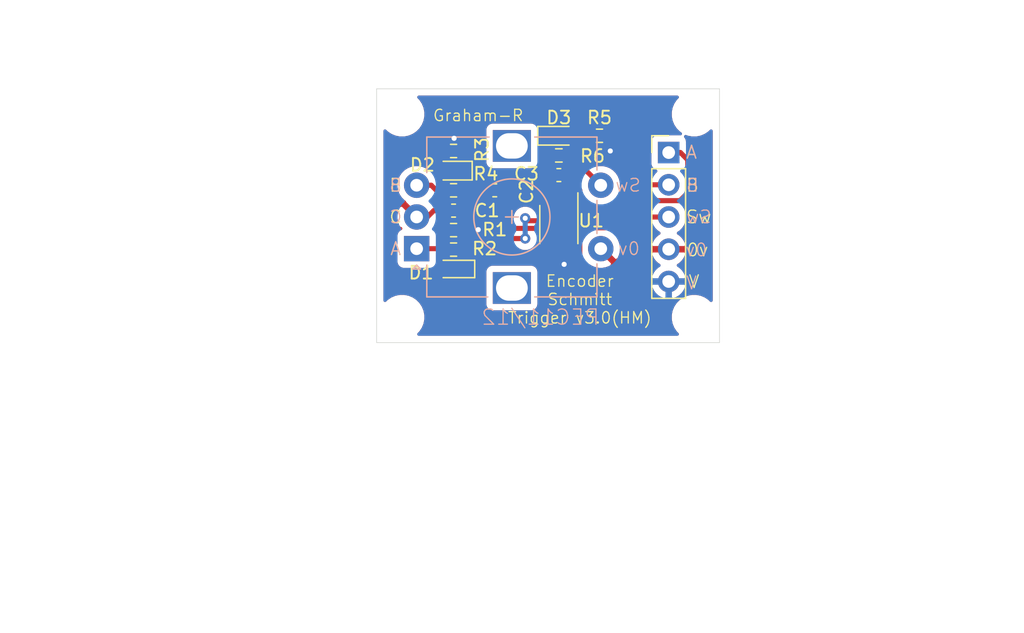
<source format=kicad_pcb>
(kicad_pcb (version 20171130) (host pcbnew 5.1.12-1.fc35)

  (general
    (thickness 1.6)
    (drawings 29)
    (tracks 99)
    (zones 0)
    (modules 19)
    (nets 12)
  )

  (page A4)
  (layers
    (0 F.Cu signal)
    (31 B.Cu signal)
    (32 B.Adhes user hide)
    (33 F.Adhes user hide)
    (34 B.Paste user hide)
    (35 F.Paste user hide)
    (36 B.SilkS user hide)
    (37 F.SilkS user)
    (38 B.Mask user hide)
    (39 F.Mask user)
    (40 Dwgs.User user)
    (41 Cmts.User user)
    (42 Eco1.User user hide)
    (43 Eco2.User user hide)
    (44 Edge.Cuts user)
    (45 Margin user)
    (46 B.CrtYd user)
    (47 F.CrtYd user hide)
    (48 B.Fab user hide)
    (49 F.Fab user hide)
  )

  (setup
    (last_trace_width 0.4)
    (user_trace_width 0.4)
    (user_trace_width 0.5)
    (user_trace_width 0.75)
    (user_trace_width 1)
    (trace_clearance 0.2)
    (zone_clearance 0.508)
    (zone_45_only no)
    (trace_min 0.2)
    (via_size 0.8)
    (via_drill 0.4)
    (via_min_size 0.4)
    (via_min_drill 0.3)
    (uvia_size 0.3)
    (uvia_drill 0.1)
    (uvias_allowed no)
    (uvia_min_size 0.2)
    (uvia_min_drill 0.1)
    (edge_width 0.05)
    (segment_width 0.2)
    (pcb_text_width 0.3)
    (pcb_text_size 1.5 1.5)
    (mod_edge_width 0.12)
    (mod_text_size 1 1)
    (mod_text_width 0.15)
    (pad_size 1.524 1.524)
    (pad_drill 0.762)
    (pad_to_mask_clearance 0)
    (aux_axis_origin 0 0)
    (visible_elements FFFFFF7F)
    (pcbplotparams
      (layerselection 0x010fc_ffffffff)
      (usegerberextensions false)
      (usegerberattributes true)
      (usegerberadvancedattributes true)
      (creategerberjobfile true)
      (excludeedgelayer true)
      (linewidth 0.100000)
      (plotframeref false)
      (viasonmask false)
      (mode 1)
      (useauxorigin false)
      (hpglpennumber 1)
      (hpglpenspeed 20)
      (hpglpendiameter 15.000000)
      (psnegative false)
      (psa4output false)
      (plotreference true)
      (plotvalue true)
      (plotinvisibletext false)
      (padsonsilk false)
      (subtractmaskfromsilk false)
      (outputformat 1)
      (mirror false)
      (drillshape 1)
      (scaleselection 1)
      (outputdirectory ""))
  )

  (net 0 "")
  (net 1 GND)
  (net 2 VCC)
  (net 3 Trig_EncA)
  (net 4 Trig_EncB)
  (net 5 Trig_EncSw)
  (net 6 Sig_EncA)
  (net 7 Sig_EncB)
  (net 8 Sig_EncSw)
  (net 9 /EncA_Out)
  (net 10 /EncB_Out)
  (net 11 /EncSw_Out)

  (net_class Default "This is the default net class."
    (clearance 0.2)
    (trace_width 0.25)
    (via_dia 0.8)
    (via_drill 0.4)
    (uvia_dia 0.3)
    (uvia_drill 0.1)
    (add_net /EncA_Out)
    (add_net /EncB_Out)
    (add_net /EncSw_Out)
    (add_net GND)
    (add_net Sig_EncA)
    (add_net Sig_EncB)
    (add_net Sig_EncSw)
    (add_net Trig_EncA)
    (add_net Trig_EncB)
    (add_net Trig_EncSw)
    (add_net VCC)
  )

  (module AA_GR_KICAD-footprints:MountingHole_2.5mm_M2.5_ISO7380_no_courtyard locked (layer F.Cu) (tedit 61A12671) (tstamp 61A2266B)
    (at 192 80)
    (descr "Mounting Hole 3.2mm, no annular, M3, ISO7380")
    (tags "mounting hole 3.2mm no annular m3 iso7380")
    (attr virtual)
    (fp_text reference H4 (at 0 -3.85) (layer F.SilkS) hide
      (effects (font (size 1 1) (thickness 0.15)))
    )
    (fp_text value MountingHole (at 0 3.85) (layer F.Fab) hide
      (effects (font (size 1 1) (thickness 0.15)))
    )
    (fp_text user %R (at 0.3 0) (layer F.Fab)
      (effects (font (size 1 1) (thickness 0.15)))
    )
    (pad "" np_thru_hole circle (at 0 0) (size 2.5 2.5) (drill 2.5) (layers *.Cu *.Mask))
  )

  (module AA_GR_KICAD-footprints:MountingHole_2.5mm_M2.5_ISO7380_no_courtyard locked (layer F.Cu) (tedit 61A12671) (tstamp 61A2266B)
    (at 215 80)
    (descr "Mounting Hole 3.2mm, no annular, M3, ISO7380")
    (tags "mounting hole 3.2mm no annular m3 iso7380")
    (attr virtual)
    (fp_text reference H4 (at 0 -3.85) (layer F.SilkS) hide
      (effects (font (size 1 1) (thickness 0.15)))
    )
    (fp_text value MountingHole (at 0 3.85) (layer F.Fab) hide
      (effects (font (size 1 1) (thickness 0.15)))
    )
    (fp_text user %R (at 0.3 0) (layer F.Fab)
      (effects (font (size 1 1) (thickness 0.15)))
    )
    (pad "" np_thru_hole circle (at 0 0) (size 2.5 2.5) (drill 2.5) (layers *.Cu *.Mask))
  )

  (module AA_GR_KICAD-footprints:MountingHole_2.5mm_M2.5_ISO7380_no_courtyard locked (layer F.Cu) (tedit 61A12671) (tstamp 61A2266B)
    (at 215 64)
    (descr "Mounting Hole 3.2mm, no annular, M3, ISO7380")
    (tags "mounting hole 3.2mm no annular m3 iso7380")
    (attr virtual)
    (fp_text reference H4 (at 0 -3.85) (layer F.SilkS) hide
      (effects (font (size 1 1) (thickness 0.15)))
    )
    (fp_text value MountingHole (at 0 3.85) (layer F.Fab) hide
      (effects (font (size 1 1) (thickness 0.15)))
    )
    (fp_text user %R (at 0.3 0) (layer F.Fab)
      (effects (font (size 1 1) (thickness 0.15)))
    )
    (pad "" np_thru_hole circle (at 0 0) (size 2.5 2.5) (drill 2.5) (layers *.Cu *.Mask))
  )

  (module AA_GR_KICAD-footprints:MountingHole_2.5mm_M2.5_ISO7380_no_courtyard locked (layer F.Cu) (tedit 61A12671) (tstamp 61A2262D)
    (at 192 64)
    (descr "Mounting Hole 3.2mm, no annular, M3, ISO7380")
    (tags "mounting hole 3.2mm no annular m3 iso7380")
    (attr virtual)
    (fp_text reference H4 (at 0 -3.85) (layer F.SilkS) hide
      (effects (font (size 1 1) (thickness 0.15)))
    )
    (fp_text value MountingHole (at 0 3.85) (layer F.Fab) hide
      (effects (font (size 1 1) (thickness 0.15)))
    )
    (fp_text user %R (at 0.3 0) (layer F.Fab)
      (effects (font (size 1 1) (thickness 0.15)))
    )
    (pad "" np_thru_hole circle (at 0 0) (size 2.5 2.5) (drill 2.5) (layers *.Cu *.Mask))
  )

  (module Package_SO:SSOP-8_2.95x2.8mm_P0.65mm locked (layer F.Cu) (tedit 5A02F25C) (tstamp 619EA000)
    (at 204.35 72.7 270)
    (descr "SSOP-8 2.9 x2.8mm Pitch 0.65mm")
    (tags "SSOP-8 2.95x2.8mm Pitch 0.65mm")
    (path /619EC3D6)
    (attr smd)
    (fp_text reference U1 (at -0.3 -2.55 180) (layer F.SilkS)
      (effects (font (size 1 1) (thickness 0.15)))
    )
    (fp_text value 74LVC3G14 (at 0 2.6 90) (layer F.Fab)
      (effects (font (size 1 1) (thickness 0.15)))
    )
    (fp_line (start 1.475 -1.4) (end 1.475 1.4) (layer F.Fab) (width 0.1))
    (fp_line (start 1.475 1.4) (end -1.475 1.4) (layer F.Fab) (width 0.1))
    (fp_line (start -1.475 1.4) (end -1.475 -0.7) (layer F.Fab) (width 0.1))
    (fp_line (start -0.475 -1.4) (end 1.475 -1.4) (layer F.Fab) (width 0.1))
    (fp_line (start -0.475 -1.4) (end -1.475 -0.7) (layer F.Fab) (width 0.1))
    (fp_line (start 1.5 -1.5) (end -2.5 -1.5) (layer F.SilkS) (width 0.12))
    (fp_line (start 1.5 1.5) (end -1.5 1.5) (layer F.SilkS) (width 0.12))
    (fp_line (start 2.75 -1.65) (end 2.75 1.65) (layer F.CrtYd) (width 0.05))
    (fp_line (start 2.75 1.65) (end -2.75 1.65) (layer F.CrtYd) (width 0.05))
    (fp_line (start -2.75 1.65) (end -2.75 -1.65) (layer F.CrtYd) (width 0.05))
    (fp_line (start -2.75 -1.65) (end 2.75 -1.65) (layer F.CrtYd) (width 0.05))
    (fp_text user %R (at 0 0 90) (layer F.Fab)
      (effects (font (size 0.6 0.6) (thickness 0.15)))
    )
    (pad 8 smd rect (at 1.7 -0.975 180) (size 0.3 1.6) (layers F.Cu F.Paste F.Mask)
      (net 2 VCC))
    (pad 7 smd rect (at 1.7 -0.325 180) (size 0.3 1.6) (layers F.Cu F.Paste F.Mask)
      (net 9 /EncA_Out))
    (pad 6 smd rect (at 1.7 0.325 180) (size 0.3 1.6) (layers F.Cu F.Paste F.Mask)
      (net 4 Trig_EncB))
    (pad 5 smd rect (at 1.7 0.975 180) (size 0.3 1.6) (layers F.Cu F.Paste F.Mask)
      (net 11 /EncSw_Out))
    (pad 4 smd rect (at -1.7 0.975 180) (size 0.3 1.6) (layers F.Cu F.Paste F.Mask)
      (net 1 GND))
    (pad 3 smd rect (at -1.7 0.325 180) (size 0.3 1.6) (layers F.Cu F.Paste F.Mask)
      (net 5 Trig_EncSw))
    (pad 2 smd rect (at -1.7 -0.325 180) (size 0.3 1.6) (layers F.Cu F.Paste F.Mask)
      (net 10 /EncB_Out))
    (pad 1 smd rect (at -1.7 -0.975 180) (size 0.3 1.6) (layers F.Cu F.Paste F.Mask)
      (net 3 Trig_EncA))
    (model ${KISYS3DMOD}/Package_SO.3dshapes/SSOP-8_2.95x2.8mm_P0.65mm.wrl
      (at (xyz 0 0 0))
      (scale (xyz 1 1 1))
      (rotate (xyz 0 0 0))
    )
  )

  (module Resistor_SMD:R_0603_1608Metric_Pad0.98x0.95mm_HandSolder locked (layer F.Cu) (tedit 5F68FEEE) (tstamp 619EB4A2)
    (at 204.35 67.25)
    (descr "Resistor SMD 0603 (1608 Metric), square (rectangular) end terminal, IPC_7351 nominal with elongated pad for handsoldering. (Body size source: IPC-SM-782 page 72, https://www.pcb-3d.com/wordpress/wp-content/uploads/ipc-sm-782a_amendment_1_and_2.pdf), generated with kicad-footprint-generator")
    (tags "resistor handsolder")
    (path /61A01A41)
    (attr smd)
    (fp_text reference R6 (at 2.65 0.05) (layer F.SilkS)
      (effects (font (size 1 1) (thickness 0.15)))
    )
    (fp_text value 18K2 (at 0 1.43) (layer F.Fab)
      (effects (font (size 1 1) (thickness 0.15)))
    )
    (fp_line (start -0.8 0.4125) (end -0.8 -0.4125) (layer F.Fab) (width 0.1))
    (fp_line (start -0.8 -0.4125) (end 0.8 -0.4125) (layer F.Fab) (width 0.1))
    (fp_line (start 0.8 -0.4125) (end 0.8 0.4125) (layer F.Fab) (width 0.1))
    (fp_line (start 0.8 0.4125) (end -0.8 0.4125) (layer F.Fab) (width 0.1))
    (fp_line (start -0.254724 -0.5225) (end 0.254724 -0.5225) (layer F.SilkS) (width 0.12))
    (fp_line (start -0.254724 0.5225) (end 0.254724 0.5225) (layer F.SilkS) (width 0.12))
    (fp_line (start -1.65 0.73) (end -1.65 -0.73) (layer F.CrtYd) (width 0.05))
    (fp_line (start -1.65 -0.73) (end 1.65 -0.73) (layer F.CrtYd) (width 0.05))
    (fp_line (start 1.65 -0.73) (end 1.65 0.73) (layer F.CrtYd) (width 0.05))
    (fp_line (start 1.65 0.73) (end -1.65 0.73) (layer F.CrtYd) (width 0.05))
    (fp_text user %R (at 0 0) (layer F.Fab)
      (effects (font (size 0.4 0.4) (thickness 0.06)))
    )
    (pad 2 smd roundrect (at 0.9125 0) (size 0.975 0.95) (layers F.Cu F.Paste F.Mask) (roundrect_rratio 0.25)
      (net 8 Sig_EncSw))
    (pad 1 smd roundrect (at -0.9125 0) (size 0.975 0.95) (layers F.Cu F.Paste F.Mask) (roundrect_rratio 0.25)
      (net 5 Trig_EncSw))
    (model ${KISYS3DMOD}/Resistor_SMD.3dshapes/R_0603_1608Metric.wrl
      (at (xyz 0 0 0))
      (scale (xyz 1 1 1))
      (rotate (xyz 0 0 0))
    )
  )

  (module Resistor_SMD:R_0603_1608Metric locked (layer F.Cu) (tedit 5F68FEEE) (tstamp 619EB493)
    (at 207.55 65.7)
    (descr "Resistor SMD 0603 (1608 Metric), square (rectangular) end terminal, IPC_7351 nominal, (Body size source: IPC-SM-782 page 72, https://www.pcb-3d.com/wordpress/wp-content/uploads/ipc-sm-782a_amendment_1_and_2.pdf), generated with kicad-footprint-generator")
    (tags resistor)
    (path /61A01A35)
    (attr smd)
    (fp_text reference R5 (at 0 -1.43) (layer F.SilkS)
      (effects (font (size 1 1) (thickness 0.15)))
    )
    (fp_text value 82K (at 0 1.43) (layer F.Fab)
      (effects (font (size 1 1) (thickness 0.15)))
    )
    (fp_line (start -0.8 0.4125) (end -0.8 -0.4125) (layer F.Fab) (width 0.1))
    (fp_line (start -0.8 -0.4125) (end 0.8 -0.4125) (layer F.Fab) (width 0.1))
    (fp_line (start 0.8 -0.4125) (end 0.8 0.4125) (layer F.Fab) (width 0.1))
    (fp_line (start 0.8 0.4125) (end -0.8 0.4125) (layer F.Fab) (width 0.1))
    (fp_line (start -0.237258 -0.5225) (end 0.237258 -0.5225) (layer F.SilkS) (width 0.12))
    (fp_line (start -0.237258 0.5225) (end 0.237258 0.5225) (layer F.SilkS) (width 0.12))
    (fp_line (start -1.48 0.73) (end -1.48 -0.73) (layer F.CrtYd) (width 0.05))
    (fp_line (start -1.48 -0.73) (end 1.48 -0.73) (layer F.CrtYd) (width 0.05))
    (fp_line (start 1.48 -0.73) (end 1.48 0.73) (layer F.CrtYd) (width 0.05))
    (fp_line (start 1.48 0.73) (end -1.48 0.73) (layer F.CrtYd) (width 0.05))
    (fp_text user %R (at 0 0) (layer F.Fab)
      (effects (font (size 0.4 0.4) (thickness 0.06)))
    )
    (pad 2 smd roundrect (at 0.825 0) (size 0.8 0.95) (layers F.Cu F.Paste F.Mask) (roundrect_rratio 0.25)
      (net 2 VCC))
    (pad 1 smd roundrect (at -0.825 0) (size 0.8 0.95) (layers F.Cu F.Paste F.Mask) (roundrect_rratio 0.25)
      (net 8 Sig_EncSw))
    (model ${KISYS3DMOD}/Resistor_SMD.3dshapes/R_0603_1608Metric.wrl
      (at (xyz 0 0 0))
      (scale (xyz 1 1 1))
      (rotate (xyz 0 0 0))
    )
  )

  (module Resistor_SMD:R_0603_1608Metric locked (layer F.Cu) (tedit 5F68FEEE) (tstamp 61A10711)
    (at 196.058834 70 180)
    (descr "Resistor SMD 0603 (1608 Metric), square (rectangular) end terminal, IPC_7351 nominal, (Body size source: IPC-SM-782 page 72, https://www.pcb-3d.com/wordpress/wp-content/uploads/ipc-sm-782a_amendment_1_and_2.pdf), generated with kicad-footprint-generator")
    (tags resistor)
    (path /619FE153)
    (attr smd)
    (fp_text reference R4 (at -2.541166 1.3) (layer F.SilkS)
      (effects (font (size 1 1) (thickness 0.15)))
    )
    (fp_text value 18K2 (at 0 1.43) (layer F.Fab)
      (effects (font (size 1 1) (thickness 0.15)))
    )
    (fp_line (start -0.8 0.4125) (end -0.8 -0.4125) (layer F.Fab) (width 0.1))
    (fp_line (start -0.8 -0.4125) (end 0.8 -0.4125) (layer F.Fab) (width 0.1))
    (fp_line (start 0.8 -0.4125) (end 0.8 0.4125) (layer F.Fab) (width 0.1))
    (fp_line (start 0.8 0.4125) (end -0.8 0.4125) (layer F.Fab) (width 0.1))
    (fp_line (start -0.237258 -0.5225) (end 0.237258 -0.5225) (layer F.SilkS) (width 0.12))
    (fp_line (start -0.237258 0.5225) (end 0.237258 0.5225) (layer F.SilkS) (width 0.12))
    (fp_line (start -1.48 0.73) (end -1.48 -0.73) (layer F.CrtYd) (width 0.05))
    (fp_line (start -1.48 -0.73) (end 1.48 -0.73) (layer F.CrtYd) (width 0.05))
    (fp_line (start 1.48 -0.73) (end 1.48 0.73) (layer F.CrtYd) (width 0.05))
    (fp_line (start 1.48 0.73) (end -1.48 0.73) (layer F.CrtYd) (width 0.05))
    (fp_text user %R (at 0 0) (layer F.Fab)
      (effects (font (size 0.4 0.4) (thickness 0.06)))
    )
    (pad 2 smd roundrect (at 0.825 0 180) (size 0.8 0.95) (layers F.Cu F.Paste F.Mask) (roundrect_rratio 0.25)
      (net 7 Sig_EncB))
    (pad 1 smd roundrect (at -0.825 0 180) (size 0.8 0.95) (layers F.Cu F.Paste F.Mask) (roundrect_rratio 0.25)
      (net 4 Trig_EncB))
    (model ${KISYS3DMOD}/Resistor_SMD.3dshapes/R_0603_1608Metric.wrl
      (at (xyz 0 0 0))
      (scale (xyz 1 1 1))
      (rotate (xyz 0 0 0))
    )
  )

  (module Resistor_SMD:R_0603_1608Metric locked (layer F.Cu) (tedit 5F68FEEE) (tstamp 61A10741)
    (at 196.058834 66.9)
    (descr "Resistor SMD 0603 (1608 Metric), square (rectangular) end terminal, IPC_7351 nominal, (Body size source: IPC-SM-782 page 72, https://www.pcb-3d.com/wordpress/wp-content/uploads/ipc-sm-782a_amendment_1_and_2.pdf), generated with kicad-footprint-generator")
    (tags resistor)
    (path /619FE147)
    (attr smd)
    (fp_text reference R3 (at 2.241166 -0.1 90) (layer F.SilkS)
      (effects (font (size 1 1) (thickness 0.15)))
    )
    (fp_text value 82K (at 0 1.43) (layer F.Fab)
      (effects (font (size 1 1) (thickness 0.15)))
    )
    (fp_line (start -0.8 0.4125) (end -0.8 -0.4125) (layer F.Fab) (width 0.1))
    (fp_line (start -0.8 -0.4125) (end 0.8 -0.4125) (layer F.Fab) (width 0.1))
    (fp_line (start 0.8 -0.4125) (end 0.8 0.4125) (layer F.Fab) (width 0.1))
    (fp_line (start 0.8 0.4125) (end -0.8 0.4125) (layer F.Fab) (width 0.1))
    (fp_line (start -0.237258 -0.5225) (end 0.237258 -0.5225) (layer F.SilkS) (width 0.12))
    (fp_line (start -0.237258 0.5225) (end 0.237258 0.5225) (layer F.SilkS) (width 0.12))
    (fp_line (start -1.48 0.73) (end -1.48 -0.73) (layer F.CrtYd) (width 0.05))
    (fp_line (start -1.48 -0.73) (end 1.48 -0.73) (layer F.CrtYd) (width 0.05))
    (fp_line (start 1.48 -0.73) (end 1.48 0.73) (layer F.CrtYd) (width 0.05))
    (fp_line (start 1.48 0.73) (end -1.48 0.73) (layer F.CrtYd) (width 0.05))
    (fp_text user %R (at 0 0) (layer F.Fab)
      (effects (font (size 0.4 0.4) (thickness 0.06)))
    )
    (pad 2 smd roundrect (at 0.825 0) (size 0.8 0.95) (layers F.Cu F.Paste F.Mask) (roundrect_rratio 0.25)
      (net 2 VCC))
    (pad 1 smd roundrect (at -0.825 0) (size 0.8 0.95) (layers F.Cu F.Paste F.Mask) (roundrect_rratio 0.25)
      (net 7 Sig_EncB))
    (model ${KISYS3DMOD}/Resistor_SMD.3dshapes/R_0603_1608Metric.wrl
      (at (xyz 0 0 0))
      (scale (xyz 1 1 1))
      (rotate (xyz 0 0 0))
    )
  )

  (module Resistor_SMD:R_0603_1608Metric locked (layer F.Cu) (tedit 5F68FEEE) (tstamp 619E9FA2)
    (at 196.058834 74.673334 180)
    (descr "Resistor SMD 0603 (1608 Metric), square (rectangular) end terminal, IPC_7351 nominal, (Body size source: IPC-SM-782 page 72, https://www.pcb-3d.com/wordpress/wp-content/uploads/ipc-sm-782a_amendment_1_and_2.pdf), generated with kicad-footprint-generator")
    (tags resistor)
    (path /619D627B)
    (attr smd)
    (fp_text reference R2 (at -2.441166 0.073334) (layer F.SilkS)
      (effects (font (size 1 1) (thickness 0.15)))
    )
    (fp_text value 18K2 (at 0 1.43) (layer F.Fab)
      (effects (font (size 1 1) (thickness 0.15)))
    )
    (fp_line (start 1.48 0.73) (end -1.48 0.73) (layer F.CrtYd) (width 0.05))
    (fp_line (start 1.48 -0.73) (end 1.48 0.73) (layer F.CrtYd) (width 0.05))
    (fp_line (start -1.48 -0.73) (end 1.48 -0.73) (layer F.CrtYd) (width 0.05))
    (fp_line (start -1.48 0.73) (end -1.48 -0.73) (layer F.CrtYd) (width 0.05))
    (fp_line (start -0.237258 0.5225) (end 0.237258 0.5225) (layer F.SilkS) (width 0.12))
    (fp_line (start -0.237258 -0.5225) (end 0.237258 -0.5225) (layer F.SilkS) (width 0.12))
    (fp_line (start 0.8 0.4125) (end -0.8 0.4125) (layer F.Fab) (width 0.1))
    (fp_line (start 0.8 -0.4125) (end 0.8 0.4125) (layer F.Fab) (width 0.1))
    (fp_line (start -0.8 -0.4125) (end 0.8 -0.4125) (layer F.Fab) (width 0.1))
    (fp_line (start -0.8 0.4125) (end -0.8 -0.4125) (layer F.Fab) (width 0.1))
    (fp_text user %R (at 0 0) (layer F.Fab)
      (effects (font (size 0.4 0.4) (thickness 0.06)))
    )
    (pad 1 smd roundrect (at -0.825 0 180) (size 0.8 0.95) (layers F.Cu F.Paste F.Mask) (roundrect_rratio 0.25)
      (net 3 Trig_EncA))
    (pad 2 smd roundrect (at 0.825 0 180) (size 0.8 0.95) (layers F.Cu F.Paste F.Mask) (roundrect_rratio 0.25)
      (net 6 Sig_EncA))
    (model ${KISYS3DMOD}/Resistor_SMD.3dshapes/R_0603_1608Metric.wrl
      (at (xyz 0 0 0))
      (scale (xyz 1 1 1))
      (rotate (xyz 0 0 0))
    )
  )

  (module Resistor_SMD:R_0603_1608Metric locked (layer F.Cu) (tedit 5F68FEEE) (tstamp 61A166A2)
    (at 196.058834 73.136668)
    (descr "Resistor SMD 0603 (1608 Metric), square (rectangular) end terminal, IPC_7351 nominal, (Body size source: IPC-SM-782 page 72, https://www.pcb-3d.com/wordpress/wp-content/uploads/ipc-sm-782a_amendment_1_and_2.pdf), generated with kicad-footprint-generator")
    (tags resistor)
    (path /619D386E)
    (attr smd)
    (fp_text reference R1 (at 3.241166 -0.036668) (layer F.SilkS)
      (effects (font (size 1 1) (thickness 0.15)))
    )
    (fp_text value 82K (at 0 1.43) (layer F.Fab)
      (effects (font (size 1 1) (thickness 0.15)))
    )
    (fp_line (start 1.48 0.73) (end -1.48 0.73) (layer F.CrtYd) (width 0.05))
    (fp_line (start 1.48 -0.73) (end 1.48 0.73) (layer F.CrtYd) (width 0.05))
    (fp_line (start -1.48 -0.73) (end 1.48 -0.73) (layer F.CrtYd) (width 0.05))
    (fp_line (start -1.48 0.73) (end -1.48 -0.73) (layer F.CrtYd) (width 0.05))
    (fp_line (start -0.237258 0.5225) (end 0.237258 0.5225) (layer F.SilkS) (width 0.12))
    (fp_line (start -0.237258 -0.5225) (end 0.237258 -0.5225) (layer F.SilkS) (width 0.12))
    (fp_line (start 0.8 0.4125) (end -0.8 0.4125) (layer F.Fab) (width 0.1))
    (fp_line (start 0.8 -0.4125) (end 0.8 0.4125) (layer F.Fab) (width 0.1))
    (fp_line (start -0.8 -0.4125) (end 0.8 -0.4125) (layer F.Fab) (width 0.1))
    (fp_line (start -0.8 0.4125) (end -0.8 -0.4125) (layer F.Fab) (width 0.1))
    (fp_text user %R (at 0 0) (layer F.Fab)
      (effects (font (size 0.4 0.4) (thickness 0.06)))
    )
    (pad 1 smd roundrect (at -0.825 0) (size 0.8 0.95) (layers F.Cu F.Paste F.Mask) (roundrect_rratio 0.25)
      (net 6 Sig_EncA))
    (pad 2 smd roundrect (at 0.825 0) (size 0.8 0.95) (layers F.Cu F.Paste F.Mask) (roundrect_rratio 0.25)
      (net 2 VCC))
    (model ${KISYS3DMOD}/Resistor_SMD.3dshapes/R_0603_1608Metric.wrl
      (at (xyz 0 0 0))
      (scale (xyz 1 1 1))
      (rotate (xyz 0 0 0))
    )
  )

  (module Diode_SMD:D_0603_1608Metric_Pad1.05x0.95mm_HandSolder locked (layer F.Cu) (tedit 5F68FEF0) (tstamp 619EB360)
    (at 204.35 65.7)
    (descr "Diode SMD 0603 (1608 Metric), square (rectangular) end terminal, IPC_7351 nominal, (Body size source: http://www.tortai-tech.com/upload/download/2011102023233369053.pdf), generated with kicad-footprint-generator")
    (tags "diode handsolder")
    (path /61A01A49)
    (attr smd)
    (fp_text reference D3 (at 0 -1.43) (layer F.SilkS)
      (effects (font (size 1 1) (thickness 0.15)))
    )
    (fp_text value 1N4148 (at 0 1.43) (layer F.Fab)
      (effects (font (size 1 1) (thickness 0.15)))
    )
    (fp_line (start 0.8 -0.4) (end -0.5 -0.4) (layer F.Fab) (width 0.1))
    (fp_line (start -0.5 -0.4) (end -0.8 -0.1) (layer F.Fab) (width 0.1))
    (fp_line (start -0.8 -0.1) (end -0.8 0.4) (layer F.Fab) (width 0.1))
    (fp_line (start -0.8 0.4) (end 0.8 0.4) (layer F.Fab) (width 0.1))
    (fp_line (start 0.8 0.4) (end 0.8 -0.4) (layer F.Fab) (width 0.1))
    (fp_line (start 0.8 -0.735) (end -1.66 -0.735) (layer F.SilkS) (width 0.12))
    (fp_line (start -1.66 -0.735) (end -1.66 0.735) (layer F.SilkS) (width 0.12))
    (fp_line (start -1.66 0.735) (end 0.8 0.735) (layer F.SilkS) (width 0.12))
    (fp_line (start -1.65 0.73) (end -1.65 -0.73) (layer F.CrtYd) (width 0.05))
    (fp_line (start -1.65 -0.73) (end 1.65 -0.73) (layer F.CrtYd) (width 0.05))
    (fp_line (start 1.65 -0.73) (end 1.65 0.73) (layer F.CrtYd) (width 0.05))
    (fp_line (start 1.65 0.73) (end -1.65 0.73) (layer F.CrtYd) (width 0.05))
    (fp_text user %R (at 0 0) (layer F.Fab)
      (effects (font (size 0.4 0.4) (thickness 0.06)))
    )
    (pad 2 smd roundrect (at 0.875 0) (size 1.05 0.95) (layers F.Cu F.Paste F.Mask) (roundrect_rratio 0.25)
      (net 8 Sig_EncSw))
    (pad 1 smd roundrect (at -0.875 0) (size 1.05 0.95) (layers F.Cu F.Paste F.Mask) (roundrect_rratio 0.25)
      (net 5 Trig_EncSw))
    (model ${KISYS3DMOD}/Diode_SMD.3dshapes/D_0603_1608Metric.wrl
      (at (xyz 0 0 0))
      (scale (xyz 1 1 1))
      (rotate (xyz 0 0 0))
    )
  )

  (module Diode_SMD:D_0603_1608Metric locked (layer F.Cu) (tedit 5F68FEF0) (tstamp 61A164C0)
    (at 196.038834 68.45 180)
    (descr "Diode SMD 0603 (1608 Metric), square (rectangular) end terminal, IPC_7351 nominal, (Body size source: http://www.tortai-tech.com/upload/download/2011102023233369053.pdf), generated with kicad-footprint-generator")
    (tags diode)
    (path /619FE15B)
    (attr smd)
    (fp_text reference D2 (at 2.438834 0.45) (layer F.SilkS)
      (effects (font (size 1 1) (thickness 0.15)))
    )
    (fp_text value 1N4148 (at 0 1.43) (layer F.Fab)
      (effects (font (size 1 1) (thickness 0.15)))
    )
    (fp_line (start 0.8 -0.4) (end -0.5 -0.4) (layer F.Fab) (width 0.1))
    (fp_line (start -0.5 -0.4) (end -0.8 -0.1) (layer F.Fab) (width 0.1))
    (fp_line (start -0.8 -0.1) (end -0.8 0.4) (layer F.Fab) (width 0.1))
    (fp_line (start -0.8 0.4) (end 0.8 0.4) (layer F.Fab) (width 0.1))
    (fp_line (start 0.8 0.4) (end 0.8 -0.4) (layer F.Fab) (width 0.1))
    (fp_line (start 0.8 -0.735) (end -1.485 -0.735) (layer F.SilkS) (width 0.12))
    (fp_line (start -1.485 -0.735) (end -1.485 0.735) (layer F.SilkS) (width 0.12))
    (fp_line (start -1.485 0.735) (end 0.8 0.735) (layer F.SilkS) (width 0.12))
    (fp_line (start -1.48 0.73) (end -1.48 -0.73) (layer F.CrtYd) (width 0.05))
    (fp_line (start -1.48 -0.73) (end 1.48 -0.73) (layer F.CrtYd) (width 0.05))
    (fp_line (start 1.48 -0.73) (end 1.48 0.73) (layer F.CrtYd) (width 0.05))
    (fp_line (start 1.48 0.73) (end -1.48 0.73) (layer F.CrtYd) (width 0.05))
    (fp_text user %R (at 0 0) (layer F.Fab)
      (effects (font (size 0.4 0.4) (thickness 0.06)))
    )
    (pad 2 smd roundrect (at 0.7875 0 180) (size 0.875 0.95) (layers F.Cu F.Paste F.Mask) (roundrect_rratio 0.25)
      (net 7 Sig_EncB))
    (pad 1 smd roundrect (at -0.7875 0 180) (size 0.875 0.95) (layers F.Cu F.Paste F.Mask) (roundrect_rratio 0.25)
      (net 4 Trig_EncB))
    (model ${KISYS3DMOD}/Diode_SMD.3dshapes/D_0603_1608Metric.wrl
      (at (xyz 0 0 0))
      (scale (xyz 1 1 1))
      (rotate (xyz 0 0 0))
    )
  )

  (module Diode_SMD:D_0603_1608Metric_Castellated locked (layer F.Cu) (tedit 5F68FEF1) (tstamp 619E9F91)
    (at 196.038834 76.2 180)
    (descr "Diode SMD 0603 (1608 Metric), castellated end terminal, IPC_7351 nominal, (Body size source: http://www.tortai-tech.com/upload/download/2011102023233369053.pdf), generated with kicad-footprint-generator")
    (tags "diode castellated")
    (path /619D2140)
    (attr smd)
    (fp_text reference D1 (at 2.538834 -0.3) (layer F.SilkS)
      (effects (font (size 1 1) (thickness 0.15)))
    )
    (fp_text value 1N4148 (at 0 1.38) (layer F.Fab)
      (effects (font (size 1 1) (thickness 0.15)))
    )
    (fp_line (start 1.68 0.68) (end -1.68 0.68) (layer F.CrtYd) (width 0.05))
    (fp_line (start 1.68 -0.68) (end 1.68 0.68) (layer F.CrtYd) (width 0.05))
    (fp_line (start -1.68 -0.68) (end 1.68 -0.68) (layer F.CrtYd) (width 0.05))
    (fp_line (start -1.68 0.68) (end -1.68 -0.68) (layer F.CrtYd) (width 0.05))
    (fp_line (start -1.685 0.685) (end 0.8 0.685) (layer F.SilkS) (width 0.12))
    (fp_line (start -1.685 -0.685) (end -1.685 0.685) (layer F.SilkS) (width 0.12))
    (fp_line (start 0.8 -0.685) (end -1.685 -0.685) (layer F.SilkS) (width 0.12))
    (fp_line (start 0.8 0.4) (end 0.8 -0.4) (layer F.Fab) (width 0.1))
    (fp_line (start -0.8 0.4) (end 0.8 0.4) (layer F.Fab) (width 0.1))
    (fp_line (start -0.8 -0.1) (end -0.8 0.4) (layer F.Fab) (width 0.1))
    (fp_line (start -0.5 -0.4) (end -0.8 -0.1) (layer F.Fab) (width 0.1))
    (fp_line (start 0.8 -0.4) (end -0.5 -0.4) (layer F.Fab) (width 0.1))
    (fp_text user %R (at 0 0) (layer F.Fab)
      (effects (font (size 0.4 0.4) (thickness 0.06)))
    )
    (pad 1 smd roundrect (at -0.8125 0 180) (size 1.225 0.85) (layers F.Cu F.Paste F.Mask) (roundrect_rratio 0.25)
      (net 3 Trig_EncA))
    (pad 2 smd roundrect (at 0.8125 0 180) (size 1.225 0.85) (layers F.Cu F.Paste F.Mask) (roundrect_rratio 0.25)
      (net 6 Sig_EncA))
    (model ${KISYS3DMOD}/Diode_SMD.3dshapes/D_0603_1608Metric_Castellated.wrl
      (at (xyz 0 0 0))
      (scale (xyz 1 1 1))
      (rotate (xyz 0 0 0))
    )
  )

  (module Capacitor_SMD:C_0603_1608Metric_Pad1.08x0.95mm_HandSolder locked (layer F.Cu) (tedit 5F68FEEF) (tstamp 619EB2C0)
    (at 204.35 68.8)
    (descr "Capacitor SMD 0603 (1608 Metric), square (rectangular) end terminal, IPC_7351 nominal with elongated pad for handsoldering. (Body size source: IPC-SM-782 page 76, https://www.pcb-3d.com/wordpress/wp-content/uploads/ipc-sm-782a_amendment_1_and_2.pdf), generated with kicad-footprint-generator")
    (tags "capacitor handsolder")
    (path /61A01A4F)
    (attr smd)
    (fp_text reference C3 (at -2.55 -0.1) (layer F.SilkS)
      (effects (font (size 1 1) (thickness 0.15)))
    )
    (fp_text value 100nF (at 0 1.43) (layer F.Fab)
      (effects (font (size 1 1) (thickness 0.15)))
    )
    (fp_line (start -0.8 0.4) (end -0.8 -0.4) (layer F.Fab) (width 0.1))
    (fp_line (start -0.8 -0.4) (end 0.8 -0.4) (layer F.Fab) (width 0.1))
    (fp_line (start 0.8 -0.4) (end 0.8 0.4) (layer F.Fab) (width 0.1))
    (fp_line (start 0.8 0.4) (end -0.8 0.4) (layer F.Fab) (width 0.1))
    (fp_line (start -0.146267 -0.51) (end 0.146267 -0.51) (layer F.SilkS) (width 0.12))
    (fp_line (start -0.146267 0.51) (end 0.146267 0.51) (layer F.SilkS) (width 0.12))
    (fp_line (start -1.65 0.73) (end -1.65 -0.73) (layer F.CrtYd) (width 0.05))
    (fp_line (start -1.65 -0.73) (end 1.65 -0.73) (layer F.CrtYd) (width 0.05))
    (fp_line (start 1.65 -0.73) (end 1.65 0.73) (layer F.CrtYd) (width 0.05))
    (fp_line (start 1.65 0.73) (end -1.65 0.73) (layer F.CrtYd) (width 0.05))
    (fp_text user %R (at 0 0) (layer F.Fab)
      (effects (font (size 0.4 0.4) (thickness 0.06)))
    )
    (pad 2 smd roundrect (at 0.8625 0) (size 1.075 0.95) (layers F.Cu F.Paste F.Mask) (roundrect_rratio 0.25)
      (net 5 Trig_EncSw))
    (pad 1 smd roundrect (at -0.8625 0) (size 1.075 0.95) (layers F.Cu F.Paste F.Mask) (roundrect_rratio 0.25)
      (net 1 GND))
    (model ${KISYS3DMOD}/Capacitor_SMD.3dshapes/C_0603_1608Metric.wrl
      (at (xyz 0 0 0))
      (scale (xyz 1 1 1))
      (rotate (xyz 0 0 0))
    )
  )

  (module Capacitor_SMD:C_0603_1608Metric_Pad1.08x0.95mm_HandSolder locked (layer F.Cu) (tedit 5F68FEEF) (tstamp 61A106AB)
    (at 199.3 70 180)
    (descr "Capacitor SMD 0603 (1608 Metric), square (rectangular) end terminal, IPC_7351 nominal with elongated pad for handsoldering. (Body size source: IPC-SM-782 page 76, https://www.pcb-3d.com/wordpress/wp-content/uploads/ipc-sm-782a_amendment_1_and_2.pdf), generated with kicad-footprint-generator")
    (tags "capacitor handsolder")
    (path /619FE161)
    (attr smd)
    (fp_text reference C2 (at -2.5 -0.1 90) (layer F.SilkS)
      (effects (font (size 1 1) (thickness 0.15)))
    )
    (fp_text value 100nF (at 0 1.43) (layer F.Fab)
      (effects (font (size 1 1) (thickness 0.15)))
    )
    (fp_line (start -0.8 0.4) (end -0.8 -0.4) (layer F.Fab) (width 0.1))
    (fp_line (start -0.8 -0.4) (end 0.8 -0.4) (layer F.Fab) (width 0.1))
    (fp_line (start 0.8 -0.4) (end 0.8 0.4) (layer F.Fab) (width 0.1))
    (fp_line (start 0.8 0.4) (end -0.8 0.4) (layer F.Fab) (width 0.1))
    (fp_line (start -0.146267 -0.51) (end 0.146267 -0.51) (layer F.SilkS) (width 0.12))
    (fp_line (start -0.146267 0.51) (end 0.146267 0.51) (layer F.SilkS) (width 0.12))
    (fp_line (start -1.65 0.73) (end -1.65 -0.73) (layer F.CrtYd) (width 0.05))
    (fp_line (start -1.65 -0.73) (end 1.65 -0.73) (layer F.CrtYd) (width 0.05))
    (fp_line (start 1.65 -0.73) (end 1.65 0.73) (layer F.CrtYd) (width 0.05))
    (fp_line (start 1.65 0.73) (end -1.65 0.73) (layer F.CrtYd) (width 0.05))
    (fp_text user %R (at 0 0) (layer F.Fab)
      (effects (font (size 0.4 0.4) (thickness 0.06)))
    )
    (pad 2 smd roundrect (at 0.8625 0 180) (size 1.075 0.95) (layers F.Cu F.Paste F.Mask) (roundrect_rratio 0.25)
      (net 4 Trig_EncB))
    (pad 1 smd roundrect (at -0.8625 0 180) (size 1.075 0.95) (layers F.Cu F.Paste F.Mask) (roundrect_rratio 0.25)
      (net 1 GND))
    (model ${KISYS3DMOD}/Capacitor_SMD.3dshapes/C_0603_1608Metric.wrl
      (at (xyz 0 0 0))
      (scale (xyz 1 1 1))
      (rotate (xyz 0 0 0))
    )
  )

  (module Capacitor_SMD:C_0603_1608Metric_Pad1.08x0.95mm_HandSolder locked (layer F.Cu) (tedit 5F68FEEF) (tstamp 619EDB0D)
    (at 196.058834 71.6)
    (descr "Capacitor SMD 0603 (1608 Metric), square (rectangular) end terminal, IPC_7351 nominal with elongated pad for handsoldering. (Body size source: IPC-SM-782 page 76, https://www.pcb-3d.com/wordpress/wp-content/uploads/ipc-sm-782a_amendment_1_and_2.pdf), generated with kicad-footprint-generator")
    (tags "capacitor handsolder")
    (path /619D2E8F)
    (attr smd)
    (fp_text reference C1 (at 2.641166 0) (layer F.SilkS)
      (effects (font (size 1 1) (thickness 0.15)))
    )
    (fp_text value 100nF (at 0 1.43) (layer F.Fab)
      (effects (font (size 1 1) (thickness 0.15)))
    )
    (fp_line (start 1.65 0.73) (end -1.65 0.73) (layer F.CrtYd) (width 0.05))
    (fp_line (start 1.65 -0.73) (end 1.65 0.73) (layer F.CrtYd) (width 0.05))
    (fp_line (start -1.65 -0.73) (end 1.65 -0.73) (layer F.CrtYd) (width 0.05))
    (fp_line (start -1.65 0.73) (end -1.65 -0.73) (layer F.CrtYd) (width 0.05))
    (fp_line (start -0.146267 0.51) (end 0.146267 0.51) (layer F.SilkS) (width 0.12))
    (fp_line (start -0.146267 -0.51) (end 0.146267 -0.51) (layer F.SilkS) (width 0.12))
    (fp_line (start 0.8 0.4) (end -0.8 0.4) (layer F.Fab) (width 0.1))
    (fp_line (start 0.8 -0.4) (end 0.8 0.4) (layer F.Fab) (width 0.1))
    (fp_line (start -0.8 -0.4) (end 0.8 -0.4) (layer F.Fab) (width 0.1))
    (fp_line (start -0.8 0.4) (end -0.8 -0.4) (layer F.Fab) (width 0.1))
    (fp_text user %R (at 0 0) (layer F.Fab)
      (effects (font (size 0.4 0.4) (thickness 0.06)))
    )
    (pad 1 smd roundrect (at -0.8625 0) (size 1.075 0.95) (layers F.Cu F.Paste F.Mask) (roundrect_rratio 0.25)
      (net 1 GND))
    (pad 2 smd roundrect (at 0.8625 0) (size 1.075 0.95) (layers F.Cu F.Paste F.Mask) (roundrect_rratio 0.25)
      (net 3 Trig_EncA))
    (model ${KISYS3DMOD}/Capacitor_SMD.3dshapes/C_0603_1608Metric.wrl
      (at (xyz 0 0 0))
      (scale (xyz 1 1 1))
      (rotate (xyz 0 0 0))
    )
  )

  (module Rotary_Encoder:RotaryEncoder_Alps_EC12E-Switch_Vertical_H20mm (layer B.Cu) (tedit 5A64F492) (tstamp 619FE549)
    (at 193.15 74.6)
    (descr "Alps rotary encoder, EC12E... with switch, vertical shaft, http://www.alps.com/prod/info/E/HTML/Encoder/Incremental/EC12E/EC12E1240405.html & http://cdn-reichelt.de/documents/datenblatt/F100/402097STEC12E08.PDF")
    (tags "rotary encoder")
    (path /619FF0BC)
    (fp_text reference SW1 (at 2.8 4.7 90) (layer B.SilkS) hide
      (effects (font (size 1 1) (thickness 0.15)) (justify mirror))
    )
    (fp_text value Rotary_Encoder_EncSwitch (at 7.5 -10.4) (layer B.Fab)
      (effects (font (size 1 1) (thickness 0.15)) (justify mirror))
    )
    (fp_circle (center 7.5 -2.5) (end 10.5 -2.5) (layer B.Fab) (width 0.12))
    (fp_circle (center 7.5 -2.5) (end 10.5 -2.5) (layer B.SilkS) (width 0.12))
    (fp_line (start 16 -9.85) (end -1.5 -9.85) (layer B.CrtYd) (width 0.05))
    (fp_line (start 16 -9.85) (end 16 4.85) (layer B.CrtYd) (width 0.05))
    (fp_line (start -1.5 4.85) (end -1.5 -9.85) (layer B.CrtYd) (width 0.05))
    (fp_line (start -1.5 4.85) (end 16 4.85) (layer B.CrtYd) (width 0.05))
    (fp_line (start 1.9 3.7) (end 14.1 3.7) (layer B.Fab) (width 0.12))
    (fp_line (start 14.1 3.7) (end 14.1 -8.7) (layer B.Fab) (width 0.12))
    (fp_line (start 14.1 -8.7) (end 0.9 -8.7) (layer B.Fab) (width 0.12))
    (fp_line (start 0.9 -8.7) (end 0.9 2.6) (layer B.Fab) (width 0.12))
    (fp_line (start 0.9 2.6) (end 1.9 3.7) (layer B.Fab) (width 0.12))
    (fp_line (start 9.3 3.8) (end 14.2 3.8) (layer B.SilkS) (width 0.12))
    (fp_line (start 14.2 -8.8) (end 9.3 -8.8) (layer B.SilkS) (width 0.12))
    (fp_line (start 5.7 -8.8) (end 0.8 -8.8) (layer B.SilkS) (width 0.12))
    (fp_line (start 0.8 -8.8) (end 0.8 -6) (layer B.SilkS) (width 0.12))
    (fp_line (start 5.6 3.8) (end 0.8 3.8) (layer B.SilkS) (width 0.12))
    (fp_line (start 0.8 3.8) (end 0.8 1.3) (layer B.SilkS) (width 0.12))
    (fp_line (start 0 1.3) (end -0.3 1.6) (layer B.SilkS) (width 0.12))
    (fp_line (start -0.3 1.6) (end 0.3 1.6) (layer B.SilkS) (width 0.12))
    (fp_line (start 0.3 1.6) (end 0 1.3) (layer B.SilkS) (width 0.12))
    (fp_line (start 7.5 0.5) (end 7.5 -5.5) (layer B.Fab) (width 0.12))
    (fp_line (start 4.5 -2.5) (end 10.5 -2.5) (layer B.Fab) (width 0.12))
    (fp_line (start 14.2 3.8) (end 14.2 1.2) (layer B.SilkS) (width 0.12))
    (fp_line (start 14.2 -1.2) (end 14.2 -3.8) (layer B.SilkS) (width 0.12))
    (fp_line (start 14.2 -6.2) (end 14.2 -8.8) (layer B.SilkS) (width 0.12))
    (fp_line (start 7.5 -2) (end 7.5 -3) (layer B.SilkS) (width 0.12))
    (fp_line (start 7 -2.5) (end 8 -2.5) (layer B.SilkS) (width 0.12))
    (fp_text user %R (at 11.5 -6.6) (layer B.Fab)
      (effects (font (size 1 1) (thickness 0.15)) (justify mirror))
    )
    (pad S2 thru_hole circle (at 14.5 -5) (size 2 2) (drill 1) (layers *.Cu *.Mask)
      (net 8 Sig_EncSw))
    (pad S1 thru_hole circle (at 14.5 0) (size 2 2) (drill 1) (layers *.Cu *.Mask)
      (net 1 GND))
    (pad MP thru_hole rect (at 7.5 -8.1) (size 3 2.5) (drill oval 2.5 2) (layers *.Cu *.Mask))
    (pad MP thru_hole rect (at 7.5 3.1) (size 3 2.5) (drill oval 2.5 2) (layers *.Cu *.Mask))
    (pad B thru_hole circle (at 0 -5) (size 2 2) (drill 1) (layers *.Cu *.Mask)
      (net 7 Sig_EncB))
    (pad C thru_hole circle (at 0 -2.5) (size 2 2) (drill 1) (layers *.Cu *.Mask)
      (net 1 GND))
    (pad A thru_hole rect (at 0 0) (size 2 2) (drill 1) (layers *.Cu *.Mask)
      (net 6 Sig_EncA))
    (model ${KISYS3DMOD}/Rotary_Encoder.3dshapes/RotaryEncoder_Alps_EC12E-Switch_Vertical_H20mm.wrl
      (at (xyz 0 0 0))
      (scale (xyz 1 1 1))
      (rotate (xyz 0 5 0))
    )
    (model /home/graham/KiCAD/libraries_3rdParty/ALPS_Encoder/EC12E-150/EC12E-150.STEP
      (offset (xyz 7.5 -2.5 2.5))
      (scale (xyz 1 1 1))
      (rotate (xyz 0 0 90))
    )
  )

  (module Connector_PinHeader_2.54mm:PinHeader_1x05_P2.54mm_Vertical (layer F.Cu) (tedit 59FED5CC) (tstamp 61A137F2)
    (at 213 67.025)
    (descr "Through hole straight pin header, 1x05, 2.54mm pitch, single row")
    (tags "Through hole pin header THT 1x05 2.54mm single row")
    (path /61B1F759)
    (fp_text reference J1 (at 0 12.475) (layer F.SilkS) hide
      (effects (font (size 1 1) (thickness 0.15)))
    )
    (fp_text value Interface (at 0 12.49) (layer F.Fab)
      (effects (font (size 1 1) (thickness 0.15)))
    )
    (fp_line (start 1.8 -1.8) (end -1.8 -1.8) (layer F.CrtYd) (width 0.05))
    (fp_line (start 1.8 11.95) (end 1.8 -1.8) (layer F.CrtYd) (width 0.05))
    (fp_line (start -1.8 11.95) (end 1.8 11.95) (layer F.CrtYd) (width 0.05))
    (fp_line (start -1.8 -1.8) (end -1.8 11.95) (layer F.CrtYd) (width 0.05))
    (fp_line (start -1.33 -1.33) (end 0 -1.33) (layer F.SilkS) (width 0.12))
    (fp_line (start -1.33 0) (end -1.33 -1.33) (layer F.SilkS) (width 0.12))
    (fp_line (start -1.33 1.27) (end 1.33 1.27) (layer F.SilkS) (width 0.12))
    (fp_line (start 1.33 1.27) (end 1.33 11.49) (layer F.SilkS) (width 0.12))
    (fp_line (start -1.33 1.27) (end -1.33 11.49) (layer F.SilkS) (width 0.12))
    (fp_line (start -1.33 11.49) (end 1.33 11.49) (layer F.SilkS) (width 0.12))
    (fp_line (start -1.27 -0.635) (end -0.635 -1.27) (layer F.Fab) (width 0.1))
    (fp_line (start -1.27 11.43) (end -1.27 -0.635) (layer F.Fab) (width 0.1))
    (fp_line (start 1.27 11.43) (end -1.27 11.43) (layer F.Fab) (width 0.1))
    (fp_line (start 1.27 -1.27) (end 1.27 11.43) (layer F.Fab) (width 0.1))
    (fp_line (start -0.635 -1.27) (end 1.27 -1.27) (layer F.Fab) (width 0.1))
    (fp_text user %R (at 0 5.08 90) (layer F.Fab)
      (effects (font (size 1 1) (thickness 0.15)))
    )
    (pad 1 thru_hole rect (at 0 0) (size 1.7 1.7) (drill 1) (layers *.Cu *.Mask)
      (net 9 /EncA_Out))
    (pad 2 thru_hole oval (at 0 2.54) (size 1.7 1.7) (drill 1) (layers *.Cu *.Mask)
      (net 10 /EncB_Out))
    (pad 3 thru_hole oval (at 0 5.08) (size 1.7 1.7) (drill 1) (layers *.Cu *.Mask)
      (net 11 /EncSw_Out))
    (pad 4 thru_hole oval (at 0 7.62) (size 1.7 1.7) (drill 1) (layers *.Cu *.Mask)
      (net 1 GND))
    (pad 5 thru_hole oval (at 0 10.16) (size 1.7 1.7) (drill 1) (layers *.Cu *.Mask)
      (net 2 VCC))
    (model ${KISYS3DMOD}/Connector_PinHeader_2.54mm.3dshapes/PinHeader_1x05_P2.54mm_Vertical.wrl
      (at (xyz 0 0 0))
      (scale (xyz 1 1 1))
      (rotate (xyz 0 0 0))
    )
  )

  (gr_text 0v (at 209.876191 74.6) (layer B.SilkS) (tstamp 61A240A1)
    (effects (font (size 1 1) (thickness 0.1)) (justify mirror))
  )
  (dimension 23 (width 0.15) (layer Dwgs.User)
    (gr_text "23.000 mm" (at 203.5 87.3) (layer Dwgs.User)
      (effects (font (size 1 1) (thickness 0.15)))
    )
    (feature1 (pts (xy 215 80) (xy 215 86.586421)))
    (feature2 (pts (xy 192 80) (xy 192 86.586421)))
    (crossbar (pts (xy 192 86) (xy 215 86)))
    (arrow1a (pts (xy 215 86) (xy 213.873496 86.586421)))
    (arrow1b (pts (xy 215 86) (xy 213.873496 85.413579)))
    (arrow2a (pts (xy 192 86) (xy 193.126504 86.586421)))
    (arrow2b (pts (xy 192 86) (xy 193.126504 85.413579)))
  )
  (dimension 16 (width 0.15) (layer Dwgs.User)
    (gr_text "16.000 mm" (at 222.3 72 270) (layer Dwgs.User)
      (effects (font (size 1 1) (thickness 0.15)))
    )
    (feature1 (pts (xy 215 80) (xy 221.586421 80)))
    (feature2 (pts (xy 215 64) (xy 221.586421 64)))
    (crossbar (pts (xy 221 64) (xy 221 80)))
    (arrow1a (pts (xy 221 80) (xy 220.413579 78.873496)))
    (arrow1b (pts (xy 221 80) (xy 221.586421 78.873496)))
    (arrow2a (pts (xy 221 64) (xy 220.413579 65.126504)))
    (arrow2b (pts (xy 221 64) (xy 221.586421 65.126504)))
  )
  (dimension 20 (width 0.15) (layer Dwgs.User)
    (gr_text "20.000 mm" (at 184.7 72 90) (layer Dwgs.User)
      (effects (font (size 1 1) (thickness 0.15)))
    )
    (feature1 (pts (xy 190 62) (xy 185.413579 62)))
    (feature2 (pts (xy 190 82) (xy 185.413579 82)))
    (crossbar (pts (xy 186 82) (xy 186 62)))
    (arrow1a (pts (xy 186 62) (xy 186.586421 63.126504)))
    (arrow1b (pts (xy 186 62) (xy 185.413579 63.126504)))
    (arrow2a (pts (xy 186 82) (xy 186.586421 80.873496)))
    (arrow2b (pts (xy 186 82) (xy 185.413579 80.873496)))
  )
  (dimension 27 (width 0.15) (layer Dwgs.User)
    (gr_text "27.000 mm" (at 203.5 56.7) (layer Dwgs.User)
      (effects (font (size 1 1) (thickness 0.15)))
    )
    (feature1 (pts (xy 217 62) (xy 217 57.413579)))
    (feature2 (pts (xy 190 62) (xy 190 57.413579)))
    (crossbar (pts (xy 190 58) (xy 217 58)))
    (arrow1a (pts (xy 217 58) (xy 215.873496 58.586421)))
    (arrow1b (pts (xy 217 58) (xy 215.873496 57.413579)))
    (arrow2a (pts (xy 190 58) (xy 191.126504 58.586421)))
    (arrow2b (pts (xy 190 58) (xy 191.126504 57.413579)))
  )
  (gr_text A (at 191.5 74.6) (layer F.SilkS) (tstamp 61A2088C)
    (effects (font (size 1 1) (thickness 0.1)))
  )
  (gr_text C (at 191.5 72.1) (layer F.SilkS) (tstamp 61A2088B)
    (effects (font (size 1 1) (thickness 0.1)))
  )
  (gr_text B (at 191.5 69.6) (layer F.SilkS) (tstamp 61A2088A)
    (effects (font (size 1 1) (thickness 0.1)))
  )
  (gr_text Sw (at 209.8 69.6) (layer B.SilkS) (tstamp 61A2082F)
    (effects (font (size 1 1) (thickness 0.1)) (justify mirror))
  )
  (gr_text B (at 191.5 69.6) (layer B.SilkS) (tstamp 61A206AC)
    (effects (font (size 1 1) (thickness 0.1)) (justify mirror))
  )
  (gr_text C (at 191.5 72.1) (layer B.SilkS) (tstamp 61A206AC)
    (effects (font (size 1 1) (thickness 0.1)) (justify mirror))
  )
  (gr_text A (at 191.5 74.6) (layer B.SilkS) (tstamp 61A206AC)
    (effects (font (size 1 1) (thickness 0.1)) (justify mirror))
  )
  (gr_text Graham-R (at 198 64.1) (layer F.SilkS) (tstamp 61A22587)
    (effects (font (size 0.9 0.9) (thickness 0.1)))
  )
  (gr_text "Encoder\nSchmitt\nTrigger v3.0(HM)" (at 206 78.6) (layer F.SilkS) (tstamp 61A22585)
    (effects (font (size 0.9 0.9) (thickness 0.1)))
  )
  (gr_text V (at 214.8 77.3) (layer B.SilkS) (tstamp 61A20A4E)
    (effects (font (size 1 1) (thickness 0.1)) (justify mirror))
  )
  (gr_text 0v (at 215.176191 74.7) (layer B.SilkS) (tstamp 61A20A4B)
    (effects (font (size 1 1) (thickness 0.1)) (justify mirror))
  )
  (gr_text B (at 214.871429 69.6) (layer B.SilkS) (tstamp 61A20A48)
    (effects (font (size 1 1) (thickness 0.1)) (justify mirror))
  )
  (gr_text A (at 214.8 67) (layer B.SilkS) (tstamp 61A20A45)
    (effects (font (size 1 1) (thickness 0.1)) (justify mirror))
  )
  (gr_text Sw (at 215.371429 72.1) (layer B.SilkS) (tstamp 61A20A42)
    (effects (font (size 1 1) (thickness 0.1)) (justify mirror))
  )
  (gr_text PEC11/12 (at 202.9 80) (layer B.SilkS) (tstamp 61A179C0)
    (effects (font (size 1.2 1.2) (thickness 0.1)) (justify mirror))
  )
  (gr_text V (at 215 77.2) (layer F.SilkS) (tstamp 61A20A2A)
    (effects (font (size 1 1) (thickness 0.1)))
  )
  (gr_text 0v (at 215.276191 74.7) (layer F.SilkS) (tstamp 61A20A27)
    (effects (font (size 1 1) (thickness 0.1)))
  )
  (gr_text Sw (at 215.371429 72.1) (layer F.SilkS) (tstamp 61A20A24)
    (effects (font (size 1 1) (thickness 0.1)))
  )
  (gr_text B (at 214.871429 69.6) (layer F.SilkS) (tstamp 61A20A21)
    (effects (font (size 1 1) (thickness 0.1)))
  )
  (gr_text A (at 214.8 67) (layer F.SilkS) (tstamp 61A20A1E)
    (effects (font (size 1 1) (thickness 0.1)))
  )
  (gr_line (start 190 82) (end 217 82) (layer Edge.Cuts) (width 0.05) (tstamp 619EE6F9))
  (gr_line (start 217 82) (end 217 62) (layer Edge.Cuts) (width 0.05) (tstamp 61A1763B))
  (gr_line (start 190 82) (end 190 62) (layer Edge.Cuts) (width 0.05) (tstamp 619EE588))
  (gr_line (start 190 62) (end 217 62) (layer Edge.Cuts) (width 0.05))

  (segment (start 193.15 72.1) (end 193.846334 72.1) (width 0.4) (layer F.Cu) (net 1) (status 40030))
  (segment (start 193.7 71.55) (end 193.15 72.1) (width 0.4) (layer F.Cu) (net 1) (status 40030))
  (segment (start 194.5 71.6) (end 195.196334 71.6) (width 0.4) (layer F.Cu) (net 1) (status 40000))
  (segment (start 194 72.1) (end 194.5 71.6) (width 0.4) (layer F.Cu) (net 1) (status 40000))
  (segment (start 193.15 72.1) (end 194 72.1) (width 0.4) (layer F.Cu) (net 1) (status 40000))
  (segment (start 203.375 68.9125) (end 203.4875 68.8) (width 0.4) (layer F.Cu) (net 1) (status 40000))
  (segment (start 203.375 71) (end 203.375 68.9125) (width 0.4) (layer F.Cu) (net 1) (status 40000))
  (segment (start 208.375 66.125004) (end 208.375 65.7) (width 0.4) (layer F.Cu) (net 2) (status 40000))
  (segment (start 208.4 66.9) (end 208.375 66.125004) (width 0.4) (layer F.Cu) (net 2) (status 40000))
  (via (at 208.4 66.9) (size 0.8) (drill 0.4) (layers F.Cu B.Cu) (net 2) (status 40000))
  (segment (start 196.883834 73.136668) (end 197.963332 73.136668) (width 0.4) (layer F.Cu) (net 2) (status 40000))
  (via (at 198 73.1) (size 0.8) (drill 0.4) (layers F.Cu B.Cu) (net 2) (status 40000))
  (segment (start 197.963332 73.136668) (end 198 73.1) (width 0.4) (layer F.Cu) (net 2) (status 40000))
  (segment (start 205.325 74.4) (end 205.325 75.6) (width 0.4) (layer F.Cu) (net 2) (status 40000))
  (segment (start 205.325 75.6) (end 205.090697 75.834303) (width 0.4) (layer F.Cu) (net 2) (status 40000))
  (via (at 204.765689 75.834303) (size 0.8) (drill 0.4) (layers F.Cu B.Cu) (net 2) (status 40000))
  (segment (start 205.090697 75.834303) (end 204.765689 75.834303) (width 0.4) (layer F.Cu) (net 2) (status 40000))
  (via (at 196.100002 65.9) (size 0.8) (drill 0.4) (layers F.Cu B.Cu) (net 2) (status 40000))
  (segment (start 196.883834 66.9) (end 196.883834 66.683832) (width 0.4) (layer F.Cu) (net 2) (status 40000))
  (segment (start 196.883834 66.683832) (end 196.100002 65.9) (width 0.4) (layer F.Cu) (net 2) (status 40000))
  (segment (start 196.851334 74.705834) (end 196.883834 74.673334) (width 0.4) (layer F.Cu) (net 3) (status 40030))
  (segment (start 196.851334 76.2) (end 196.851334 74.705834) (width 0.4) (layer F.Cu) (net 3) (status 40030))
  (segment (start 196.083824 73.873324) (end 196.883834 74.673334) (width 0.4) (layer F.Cu) (net 3) (status 40020))
  (segment (start 196.083824 72.43751) (end 196.083824 73.873324) (width 0.4) (layer F.Cu) (net 3) (status 40000))
  (segment (start 196.921334 71.6) (end 196.083824 72.43751) (width 0.4) (layer F.Cu) (net 3) (status 40010))
  (segment (start 196.921334 71.6) (end 197.221334 71.9) (width 0.4) (layer F.Cu) (net 3) (status 40000))
  (segment (start 201.7 72.2) (end 201.7 72.2) (width 0.4) (layer F.Cu) (net 3) (status 40000))
  (segment (start 205.325 71.977912) (end 204.902925 72.399987) (width 0.4) (layer F.Cu) (net 3) (status 40000))
  (via (at 201.7 73.800008) (size 0.8) (drill 0.4) (layers F.Cu B.Cu) (net 3) (status 40000))
  (segment (start 201.90001 72.399987) (end 201.7 72.199977) (width 0.4) (layer F.Cu) (net 3) (status 40000))
  (segment (start 205.325 71) (end 205.325 71.977912) (width 0.4) (layer F.Cu) (net 3) (status 40000))
  (segment (start 204.902925 72.399987) (end 201.90001 72.399987) (width 0.4) (layer F.Cu) (net 3) (status 40000))
  (segment (start 201.7 72.199977) (end 201.7 73.800008) (width 0.4) (layer B.Cu) (net 3) (status 40000))
  (via (at 201.7 72.199977) (size 0.8) (drill 0.4) (layers F.Cu B.Cu) (net 3) (status 40000))
  (segment (start 198.999992 73.800008) (end 201.7 73.800008) (width 0.4) (layer F.Cu) (net 3) (status 40000))
  (segment (start 198.126666 74.673334) (end 198.999992 73.800008) (width 0.4) (layer F.Cu) (net 3) (status 40000))
  (segment (start 196.883834 74.673334) (end 198.126666 74.673334) (width 0.4) (layer F.Cu) (net 3) (status 40000))
  (segment (start 198.4375 70) (end 196.883834 70) (width 0.4) (layer F.Cu) (net 4) (status 40030))
  (segment (start 196.883834 70) (end 196.883834 68.5075) (width 0.4) (layer F.Cu) (net 4) (status 40030))
  (segment (start 204.025 73.525) (end 204.025 74.4) (width 0.4) (layer F.Cu) (net 4) (status 40000))
  (segment (start 203.499987 72.999987) (end 204.025 73.525) (width 0.4) (layer F.Cu) (net 4) (status 40000))
  (segment (start 199.099987 72.999987) (end 203.499987 72.999987) (width 0.4) (layer F.Cu) (net 4) (status 40000))
  (segment (start 198.4375 72.3375) (end 199.099987 72.999987) (width 0.4) (layer F.Cu) (net 4) (status 40000))
  (segment (start 198.4375 70) (end 198.4375 72.3375) (width 0.4) (layer F.Cu) (net 4) (status 40000))
  (segment (start 203.4375 67.25) (end 203.475 67.2125) (width 0.4) (layer F.Cu) (net 5) (status 40000))
  (segment (start 203.475 67.2125) (end 203.475 65.7) (width 0.4) (layer F.Cu) (net 5) (status 40000))
  (segment (start 204.42501 68.12501) (end 203.55 67.25) (width 0.4) (layer F.Cu) (net 5) (status 40000))
  (segment (start 203.55 67.25) (end 203.4375 67.25) (width 0.4) (layer F.Cu) (net 5) (status 40000))
  (segment (start 205.1 68.8) (end 205.2125 68.8) (width 0.4) (layer F.Cu) (net 5) (status 40000))
  (segment (start 203.999989 69.726587) (end 204.42501 69.301566) (width 0.4) (layer F.Cu) (net 5) (status 40000))
  (segment (start 203.999989 70.974989) (end 203.999989 69.726587) (width 0.4) (layer F.Cu) (net 5) (status 40000))
  (segment (start 205.2125 68.8) (end 204.5 68.8) (width 0.4) (layer F.Cu) (net 5) (status 40000))
  (segment (start 204.5 68.8) (end 204.42501 68.72501) (width 0.4) (layer F.Cu) (net 5) (status 40000))
  (segment (start 204.42501 68.72501) (end 204.42501 68.12501) (width 0.4) (layer F.Cu) (net 5) (status 40000))
  (segment (start 204.42501 69.301566) (end 204.42501 68.72501) (width 0.4) (layer F.Cu) (net 5) (status 40000))
  (segment (start 195.226334 73.144168) (end 195.233834 73.136668) (width 0.4) (layer F.Cu) (net 6) (status 40030))
  (segment (start 195.226334 76.2) (end 195.226334 73.144168) (width 0.4) (layer F.Cu) (net 6) (status 40030))
  (segment (start 193.15 74.6) (end 193.15 75.2) (width 0.4) (layer F.Cu) (net 6) (status 40030))
  (segment (start 195.1605 74.6) (end 193.15 74.6) (width 0.4) (layer F.Cu) (net 6) (status 40030))
  (segment (start 195.233834 74.673334) (end 195.1605 74.6) (width 0.4) (layer F.Cu) (net 6) (status 40030))
  (segment (start 192.91 69.6) (end 192.95 69.64) (width 1) (layer F.Cu) (net 7) (status 40030))
  (segment (start 195.233834 66.9) (end 195.233834 70) (width 0.4) (layer F.Cu) (net 7) (status 40030))
  (segment (start 194.7 70) (end 194.3 69.6) (width 0.4) (layer F.Cu) (net 7) (status 40000))
  (segment (start 195.233834 70) (end 194.7 70) (width 0.4) (layer F.Cu) (net 7) (status 40000))
  (segment (start 194.3 69.6) (end 193.15 69.6) (width 0.4) (layer F.Cu) (net 7) (status 40000))
  (segment (start 207.35 69.679998) (end 206.945012 69.27501) (width 0.4) (layer F.Cu) (net 8) (status 40030))
  (segment (start 205.2475 67.235) (end 205.2625 67.25) (width 0.4) (layer F.Cu) (net 8) (status 40030))
  (segment (start 205.225 67.2125) (end 205.2625 67.25) (width 0.4) (layer F.Cu) (net 8) (status 40030))
  (segment (start 205.225 65.7) (end 205.225 67.2125) (width 0.4) (layer F.Cu) (net 8) (status 40030))
  (segment (start 206.725 65.7) (end 205.225 65.7) (width 0.4) (layer F.Cu) (net 8) (status 40030))
  (segment (start 205.3 67.25) (end 207.65 69.6) (width 0.4) (layer F.Cu) (net 8) (status 40000))
  (segment (start 205.2625 67.25) (end 205.3 67.25) (width 0.4) (layer F.Cu) (net 8) (status 40000))
  (segment (start 214.5 67.6) (end 213.925 67.025) (width 0.4) (layer F.Cu) (net 9))
  (segment (start 213.884999 70.815001) (end 214.5 70.2) (width 0.4) (layer F.Cu) (net 9))
  (segment (start 214.5 70.2) (end 214.5 67.6) (width 0.4) (layer F.Cu) (net 9))
  (segment (start 208.848542 72.3) (end 210.333541 70.815001) (width 0.4) (layer F.Cu) (net 9))
  (segment (start 210.333541 70.815001) (end 213.884999 70.815001) (width 0.4) (layer F.Cu) (net 9))
  (segment (start 205.851455 72.3) (end 208.848542 72.3) (width 0.4) (layer F.Cu) (net 9))
  (segment (start 204.675 73.476455) (end 205.851455 72.3) (width 0.4) (layer F.Cu) (net 9))
  (segment (start 213.925 67.025) (end 213 67.025) (width 0.4) (layer F.Cu) (net 9))
  (segment (start 204.675 74.4) (end 204.675 73.476455) (width 0.4) (layer F.Cu) (net 9))
  (segment (start 210.535 69.565) (end 213 69.565) (width 0.4) (layer F.Cu) (net 10))
  (segment (start 208.5 71.6) (end 210.535 69.565) (width 0.4) (layer F.Cu) (net 10))
  (segment (start 206.3 71.6) (end 208.5 71.6) (width 0.4) (layer F.Cu) (net 10))
  (segment (start 206 70.004998) (end 206 71.3) (width 0.4) (layer F.Cu) (net 10))
  (segment (start 205.795002 69.8) (end 206 70.004998) (width 0.4) (layer F.Cu) (net 10))
  (segment (start 205 69.8) (end 205.795002 69.8) (width 0.4) (layer F.Cu) (net 10))
  (segment (start 206 71.3) (end 206.3 71.6) (width 0.4) (layer F.Cu) (net 10))
  (segment (start 204.675 70.125) (end 205 69.8) (width 0.4) (layer F.Cu) (net 10))
  (segment (start 204.675 71) (end 204.675 70.125) (width 0.4) (layer F.Cu) (net 10))
  (segment (start 210.195 72.105) (end 213 72.105) (width 0.4) (layer F.Cu) (net 11))
  (segment (start 209.345001 72.954999) (end 210.195 72.105) (width 0.4) (layer F.Cu) (net 11))
  (segment (start 206.642086 72.954999) (end 209.345001 72.954999) (width 0.4) (layer F.Cu) (net 11))
  (segment (start 206 73.597085) (end 206.642086 72.954999) (width 0.4) (layer F.Cu) (net 11))
  (segment (start 204.5 76.7) (end 205.1 76.7) (width 0.4) (layer F.Cu) (net 11))
  (segment (start 206 75.8) (end 206 73.597085) (width 0.4) (layer F.Cu) (net 11))
  (segment (start 205.1 76.7) (end 206 75.8) (width 0.4) (layer F.Cu) (net 11))
  (segment (start 203.375 75.575) (end 204.5 76.7) (width 0.4) (layer F.Cu) (net 11))
  (segment (start 203.375 74.4) (end 203.375 75.575) (width 0.4) (layer F.Cu) (net 11))

  (zone (net 1) (net_name GND) (layer B.Cu) (tstamp 619E6B9B) (hatch edge 0.508)
    (connect_pads (clearance 0.508))
    (min_thickness 0.254)
    (fill yes (arc_segments 32) (thermal_gap 0.508) (thermal_bridge_width 0.508))
    (polygon
      (pts
        (xy 160.528 104.902) (xy 160.3375 104.902) (xy 160.527999 104.901561)
      )
    )
  )
  (zone (net 2) (net_name VCC) (layer B.Cu) (tstamp 619E906A) (hatch edge 0.508)
    (connect_pads (clearance 0.508))
    (min_thickness 0.254)
    (fill yes (arc_segments 32) (thermal_gap 0.508) (thermal_bridge_width 0.508))
    (polygon
      (pts
        (xy 241 91) (xy 169 91) (xy 169 55) (xy 241 55)
      )
    )
    (filled_polygon
      (pts
        (xy 213.535825 62.798382) (xy 213.329534 63.107118) (xy 213.187439 63.450166) (xy 213.115 63.814344) (xy 213.115 64.185656)
        (xy 213.187439 64.549834) (xy 213.329534 64.892882) (xy 213.535825 65.201618) (xy 213.798382 65.464175) (xy 213.917164 65.543543)
        (xy 213.85 65.536928) (xy 212.15 65.536928) (xy 212.025518 65.549188) (xy 211.90582 65.585498) (xy 211.795506 65.644463)
        (xy 211.698815 65.723815) (xy 211.619463 65.820506) (xy 211.560498 65.93082) (xy 211.524188 66.050518) (xy 211.511928 66.175)
        (xy 211.511928 67.875) (xy 211.524188 67.999482) (xy 211.560498 68.11918) (xy 211.619463 68.229494) (xy 211.698815 68.326185)
        (xy 211.795506 68.405537) (xy 211.90582 68.464502) (xy 211.97838 68.486513) (xy 211.846525 68.618368) (xy 211.68401 68.861589)
        (xy 211.572068 69.131842) (xy 211.515 69.41874) (xy 211.515 69.71126) (xy 211.572068 69.998158) (xy 211.68401 70.268411)
        (xy 211.846525 70.511632) (xy 212.053368 70.718475) (xy 212.22776 70.835) (xy 212.053368 70.951525) (xy 211.846525 71.158368)
        (xy 211.68401 71.401589) (xy 211.572068 71.671842) (xy 211.515 71.95874) (xy 211.515 72.25126) (xy 211.572068 72.538158)
        (xy 211.68401 72.808411) (xy 211.846525 73.051632) (xy 212.053368 73.258475) (xy 212.22776 73.375) (xy 212.053368 73.491525)
        (xy 211.846525 73.698368) (xy 211.68401 73.941589) (xy 211.572068 74.211842) (xy 211.515 74.49874) (xy 211.515 74.79126)
        (xy 211.572068 75.078158) (xy 211.68401 75.348411) (xy 211.846525 75.591632) (xy 212.053368 75.798475) (xy 212.235534 75.920195)
        (xy 212.118645 75.989822) (xy 211.902412 76.184731) (xy 211.728359 76.41808) (xy 211.603175 76.680901) (xy 211.558524 76.82811)
        (xy 211.679845 77.058) (xy 212.873 77.058) (xy 212.873 77.038) (xy 213.127 77.038) (xy 213.127 77.058)
        (xy 214.320155 77.058) (xy 214.441476 76.82811) (xy 214.396825 76.680901) (xy 214.271641 76.41808) (xy 214.097588 76.184731)
        (xy 213.881355 75.989822) (xy 213.764466 75.920195) (xy 213.946632 75.798475) (xy 214.153475 75.591632) (xy 214.31599 75.348411)
        (xy 214.427932 75.078158) (xy 214.485 74.79126) (xy 214.485 74.49874) (xy 214.427932 74.211842) (xy 214.31599 73.941589)
        (xy 214.153475 73.698368) (xy 213.946632 73.491525) (xy 213.77224 73.375) (xy 213.946632 73.258475) (xy 214.153475 73.051632)
        (xy 214.31599 72.808411) (xy 214.427932 72.538158) (xy 214.485 72.25126) (xy 214.485 71.95874) (xy 214.427932 71.671842)
        (xy 214.31599 71.401589) (xy 214.153475 71.158368) (xy 213.946632 70.951525) (xy 213.77224 70.835) (xy 213.946632 70.718475)
        (xy 214.153475 70.511632) (xy 214.31599 70.268411) (xy 214.427932 69.998158) (xy 214.485 69.71126) (xy 214.485 69.41874)
        (xy 214.427932 69.131842) (xy 214.31599 68.861589) (xy 214.153475 68.618368) (xy 214.02162 68.486513) (xy 214.09418 68.464502)
        (xy 214.204494 68.405537) (xy 214.301185 68.326185) (xy 214.380537 68.229494) (xy 214.439502 68.11918) (xy 214.475812 67.999482)
        (xy 214.488072 67.875) (xy 214.488072 66.175) (xy 214.475812 66.050518) (xy 214.439502 65.93082) (xy 214.380537 65.820506)
        (xy 214.3348 65.764775) (xy 214.450166 65.812561) (xy 214.814344 65.885) (xy 215.185656 65.885) (xy 215.549834 65.812561)
        (xy 215.892882 65.670466) (xy 216.201618 65.464175) (xy 216.340001 65.325792) (xy 216.34 78.674207) (xy 216.201618 78.535825)
        (xy 215.892882 78.329534) (xy 215.549834 78.187439) (xy 215.185656 78.115) (xy 214.814344 78.115) (xy 214.450166 78.187439)
        (xy 214.107118 78.329534) (xy 213.798382 78.535825) (xy 213.535825 78.798382) (xy 213.329534 79.107118) (xy 213.187439 79.450166)
        (xy 213.115 79.814344) (xy 213.115 80.185656) (xy 213.187439 80.549834) (xy 213.329534 80.892882) (xy 213.535825 81.201618)
        (xy 213.674207 81.34) (xy 193.325793 81.34) (xy 193.464175 81.201618) (xy 193.670466 80.892882) (xy 193.812561 80.549834)
        (xy 193.885 80.185656) (xy 193.885 79.814344) (xy 193.812561 79.450166) (xy 193.670466 79.107118) (xy 193.464175 78.798382)
        (xy 193.201618 78.535825) (xy 192.892882 78.329534) (xy 192.549834 78.187439) (xy 192.185656 78.115) (xy 191.814344 78.115)
        (xy 191.450166 78.187439) (xy 191.107118 78.329534) (xy 190.798382 78.535825) (xy 190.66 78.674207) (xy 190.66 76.45)
        (xy 198.511928 76.45) (xy 198.511928 78.95) (xy 198.524188 79.074482) (xy 198.560498 79.19418) (xy 198.619463 79.304494)
        (xy 198.698815 79.401185) (xy 198.795506 79.480537) (xy 198.90582 79.539502) (xy 199.025518 79.575812) (xy 199.15 79.588072)
        (xy 202.15 79.588072) (xy 202.274482 79.575812) (xy 202.39418 79.539502) (xy 202.504494 79.480537) (xy 202.601185 79.401185)
        (xy 202.680537 79.304494) (xy 202.739502 79.19418) (xy 202.775812 79.074482) (xy 202.788072 78.95) (xy 202.788072 77.54189)
        (xy 211.558524 77.54189) (xy 211.603175 77.689099) (xy 211.728359 77.95192) (xy 211.902412 78.185269) (xy 212.118645 78.380178)
        (xy 212.368748 78.529157) (xy 212.643109 78.626481) (xy 212.873 78.505814) (xy 212.873 77.312) (xy 213.127 77.312)
        (xy 213.127 78.505814) (xy 213.356891 78.626481) (xy 213.631252 78.529157) (xy 213.881355 78.380178) (xy 214.097588 78.185269)
        (xy 214.271641 77.95192) (xy 214.396825 77.689099) (xy 214.441476 77.54189) (xy 214.320155 77.312) (xy 213.127 77.312)
        (xy 212.873 77.312) (xy 211.679845 77.312) (xy 211.558524 77.54189) (xy 202.788072 77.54189) (xy 202.788072 76.45)
        (xy 202.775812 76.325518) (xy 202.739502 76.20582) (xy 202.680537 76.095506) (xy 202.601185 75.998815) (xy 202.504494 75.919463)
        (xy 202.39418 75.860498) (xy 202.274482 75.824188) (xy 202.15 75.811928) (xy 199.15 75.811928) (xy 199.025518 75.824188)
        (xy 198.90582 75.860498) (xy 198.795506 75.919463) (xy 198.698815 75.998815) (xy 198.619463 76.095506) (xy 198.560498 76.20582)
        (xy 198.524188 76.325518) (xy 198.511928 76.45) (xy 190.66 76.45) (xy 190.66 73.6) (xy 191.511928 73.6)
        (xy 191.511928 75.6) (xy 191.524188 75.724482) (xy 191.560498 75.84418) (xy 191.619463 75.954494) (xy 191.698815 76.051185)
        (xy 191.795506 76.130537) (xy 191.90582 76.189502) (xy 192.025518 76.225812) (xy 192.15 76.238072) (xy 194.15 76.238072)
        (xy 194.274482 76.225812) (xy 194.39418 76.189502) (xy 194.504494 76.130537) (xy 194.601185 76.051185) (xy 194.680537 75.954494)
        (xy 194.739502 75.84418) (xy 194.775812 75.724482) (xy 194.788072 75.6) (xy 194.788072 73.6) (xy 194.775812 73.475518)
        (xy 194.739502 73.35582) (xy 194.680537 73.245506) (xy 194.601185 73.148815) (xy 194.504494 73.069463) (xy 194.478063 73.055335)
        (xy 194.598918 72.874463) (xy 194.722168 72.576912) (xy 194.785 72.261033) (xy 194.785 72.098038) (xy 200.665 72.098038)
        (xy 200.665 72.301916) (xy 200.704774 72.501875) (xy 200.782795 72.690233) (xy 200.865 72.813262) (xy 200.865001 73.186722)
        (xy 200.782795 73.309752) (xy 200.704774 73.49811) (xy 200.665 73.698069) (xy 200.665 73.901947) (xy 200.704774 74.101906)
        (xy 200.782795 74.290264) (xy 200.896063 74.459782) (xy 201.040226 74.603945) (xy 201.209744 74.717213) (xy 201.398102 74.795234)
        (xy 201.598061 74.835008) (xy 201.801939 74.835008) (xy 202.001898 74.795234) (xy 202.190256 74.717213) (xy 202.359774 74.603945)
        (xy 202.503937 74.459782) (xy 202.517845 74.438967) (xy 206.015 74.438967) (xy 206.015 74.761033) (xy 206.077832 75.076912)
        (xy 206.201082 75.374463) (xy 206.380013 75.642252) (xy 206.607748 75.869987) (xy 206.875537 76.048918) (xy 207.173088 76.172168)
        (xy 207.488967 76.235) (xy 207.811033 76.235) (xy 208.126912 76.172168) (xy 208.424463 76.048918) (xy 208.692252 75.869987)
        (xy 208.919987 75.642252) (xy 209.098918 75.374463) (xy 209.222168 75.076912) (xy 209.285 74.761033) (xy 209.285 74.438967)
        (xy 209.222168 74.123088) (xy 209.098918 73.825537) (xy 208.919987 73.557748) (xy 208.692252 73.330013) (xy 208.424463 73.151082)
        (xy 208.126912 73.027832) (xy 207.811033 72.965) (xy 207.488967 72.965) (xy 207.173088 73.027832) (xy 206.875537 73.151082)
        (xy 206.607748 73.330013) (xy 206.380013 73.557748) (xy 206.201082 73.825537) (xy 206.077832 74.123088) (xy 206.015 74.438967)
        (xy 202.517845 74.438967) (xy 202.617205 74.290264) (xy 202.695226 74.101906) (xy 202.735 73.901947) (xy 202.735 73.698069)
        (xy 202.695226 73.49811) (xy 202.617205 73.309752) (xy 202.535 73.186723) (xy 202.535 72.813262) (xy 202.617205 72.690233)
        (xy 202.695226 72.501875) (xy 202.735 72.301916) (xy 202.735 72.098038) (xy 202.695226 71.898079) (xy 202.617205 71.709721)
        (xy 202.503937 71.540203) (xy 202.359774 71.39604) (xy 202.190256 71.282772) (xy 202.001898 71.204751) (xy 201.801939 71.164977)
        (xy 201.598061 71.164977) (xy 201.398102 71.204751) (xy 201.209744 71.282772) (xy 201.040226 71.39604) (xy 200.896063 71.540203)
        (xy 200.782795 71.709721) (xy 200.704774 71.898079) (xy 200.665 72.098038) (xy 194.785 72.098038) (xy 194.785 71.938967)
        (xy 194.722168 71.623088) (xy 194.598918 71.325537) (xy 194.419987 71.057748) (xy 194.212239 70.85) (xy 194.419987 70.642252)
        (xy 194.598918 70.374463) (xy 194.722168 70.076912) (xy 194.785 69.761033) (xy 194.785 69.438967) (xy 206.015 69.438967)
        (xy 206.015 69.761033) (xy 206.077832 70.076912) (xy 206.201082 70.374463) (xy 206.380013 70.642252) (xy 206.607748 70.869987)
        (xy 206.875537 71.048918) (xy 207.173088 71.172168) (xy 207.488967 71.235) (xy 207.811033 71.235) (xy 208.126912 71.172168)
        (xy 208.424463 71.048918) (xy 208.692252 70.869987) (xy 208.919987 70.642252) (xy 209.098918 70.374463) (xy 209.222168 70.076912)
        (xy 209.285 69.761033) (xy 209.285 69.438967) (xy 209.222168 69.123088) (xy 209.098918 68.825537) (xy 208.919987 68.557748)
        (xy 208.692252 68.330013) (xy 208.424463 68.151082) (xy 208.126912 68.027832) (xy 207.811033 67.965) (xy 207.488967 67.965)
        (xy 207.173088 68.027832) (xy 206.875537 68.151082) (xy 206.607748 68.330013) (xy 206.380013 68.557748) (xy 206.201082 68.825537)
        (xy 206.077832 69.123088) (xy 206.015 69.438967) (xy 194.785 69.438967) (xy 194.722168 69.123088) (xy 194.598918 68.825537)
        (xy 194.419987 68.557748) (xy 194.192252 68.330013) (xy 193.924463 68.151082) (xy 193.626912 68.027832) (xy 193.311033 67.965)
        (xy 192.988967 67.965) (xy 192.673088 68.027832) (xy 192.375537 68.151082) (xy 192.107748 68.330013) (xy 191.880013 68.557748)
        (xy 191.701082 68.825537) (xy 191.577832 69.123088) (xy 191.515 69.438967) (xy 191.515 69.761033) (xy 191.577832 70.076912)
        (xy 191.701082 70.374463) (xy 191.880013 70.642252) (xy 192.087761 70.85) (xy 191.880013 71.057748) (xy 191.701082 71.325537)
        (xy 191.577832 71.623088) (xy 191.515 71.938967) (xy 191.515 72.261033) (xy 191.577832 72.576912) (xy 191.701082 72.874463)
        (xy 191.821937 73.055335) (xy 191.795506 73.069463) (xy 191.698815 73.148815) (xy 191.619463 73.245506) (xy 191.560498 73.35582)
        (xy 191.524188 73.475518) (xy 191.511928 73.6) (xy 190.66 73.6) (xy 190.66 65.325793) (xy 190.798382 65.464175)
        (xy 191.107118 65.670466) (xy 191.450166 65.812561) (xy 191.814344 65.885) (xy 192.185656 65.885) (xy 192.549834 65.812561)
        (xy 192.892882 65.670466) (xy 193.201618 65.464175) (xy 193.415793 65.25) (xy 198.511928 65.25) (xy 198.511928 67.75)
        (xy 198.524188 67.874482) (xy 198.560498 67.99418) (xy 198.619463 68.104494) (xy 198.698815 68.201185) (xy 198.795506 68.280537)
        (xy 198.90582 68.339502) (xy 199.025518 68.375812) (xy 199.15 68.388072) (xy 202.15 68.388072) (xy 202.274482 68.375812)
        (xy 202.39418 68.339502) (xy 202.504494 68.280537) (xy 202.601185 68.201185) (xy 202.680537 68.104494) (xy 202.739502 67.99418)
        (xy 202.775812 67.874482) (xy 202.788072 67.75) (xy 202.788072 65.25) (xy 202.775812 65.125518) (xy 202.739502 65.00582)
        (xy 202.680537 64.895506) (xy 202.601185 64.798815) (xy 202.504494 64.719463) (xy 202.39418 64.660498) (xy 202.274482 64.624188)
        (xy 202.15 64.611928) (xy 199.15 64.611928) (xy 199.025518 64.624188) (xy 198.90582 64.660498) (xy 198.795506 64.719463)
        (xy 198.698815 64.798815) (xy 198.619463 64.895506) (xy 198.560498 65.00582) (xy 198.524188 65.125518) (xy 198.511928 65.25)
        (xy 193.415793 65.25) (xy 193.464175 65.201618) (xy 193.670466 64.892882) (xy 193.812561 64.549834) (xy 193.885 64.185656)
        (xy 193.885 63.814344) (xy 193.812561 63.450166) (xy 193.670466 63.107118) (xy 193.464175 62.798382) (xy 193.325793 62.66)
        (xy 213.674207 62.66)
      )
    )
  )
  (zone (net 1) (net_name GND) (layer F.Cu) (tstamp 619E57FD) (hatch edge 0.508)
    (connect_pads (clearance 0.508))
    (min_thickness 0.254)
    (fill yes (arc_segments 32) (thermal_gap 0.508) (thermal_bridge_width 0.508))
    (polygon
      (pts
        (xy 241 91) (xy 169 91) (xy 169 55) (xy 241 55)
      )
    )
    (filled_polygon
      (pts
        (xy 213.535825 62.798382) (xy 213.329534 63.107118) (xy 213.187439 63.450166) (xy 213.115 63.814344) (xy 213.115 64.185656)
        (xy 213.187439 64.549834) (xy 213.329534 64.892882) (xy 213.535825 65.201618) (xy 213.798382 65.464175) (xy 213.917164 65.543543)
        (xy 213.85 65.536928) (xy 212.15 65.536928) (xy 212.025518 65.549188) (xy 211.90582 65.585498) (xy 211.795506 65.644463)
        (xy 211.698815 65.723815) (xy 211.619463 65.820506) (xy 211.560498 65.93082) (xy 211.524188 66.050518) (xy 211.511928 66.175)
        (xy 211.511928 67.875) (xy 211.524188 67.999482) (xy 211.560498 68.11918) (xy 211.619463 68.229494) (xy 211.698815 68.326185)
        (xy 211.795506 68.405537) (xy 211.90582 68.464502) (xy 211.97838 68.486513) (xy 211.846525 68.618368) (xy 211.771935 68.73)
        (xy 210.576018 68.73) (xy 210.535 68.72596) (xy 210.493982 68.73) (xy 210.493981 68.73) (xy 210.371311 68.742082)
        (xy 210.255931 68.777082) (xy 210.213913 68.789828) (xy 210.068854 68.867364) (xy 210.025394 68.903031) (xy 209.941709 68.971709)
        (xy 209.915563 69.003568) (xy 209.285 69.634132) (xy 209.285 69.438967) (xy 209.222168 69.123088) (xy 209.098918 68.825537)
        (xy 208.919987 68.557748) (xy 208.692252 68.330013) (xy 208.424463 68.151082) (xy 208.126912 68.027832) (xy 207.811033 67.965)
        (xy 207.488967 67.965) (xy 207.244496 68.013628) (xy 206.388072 67.157205) (xy 206.388072 67.0125) (xy 206.371248 66.841684)
        (xy 206.357297 66.795694) (xy 206.3615 66.796969) (xy 206.525 66.813072) (xy 206.925 66.813072) (xy 207.0885 66.796969)
        (xy 207.245716 66.749278) (xy 207.390049 66.67213) (xy 207.365 66.798061) (xy 207.365 67.001939) (xy 207.404774 67.201898)
        (xy 207.482795 67.390256) (xy 207.596063 67.559774) (xy 207.740226 67.703937) (xy 207.909744 67.817205) (xy 208.098102 67.895226)
        (xy 208.298061 67.935) (xy 208.501939 67.935) (xy 208.701898 67.895226) (xy 208.890256 67.817205) (xy 209.059774 67.703937)
        (xy 209.203937 67.559774) (xy 209.317205 67.390256) (xy 209.395226 67.201898) (xy 209.435 67.001939) (xy 209.435 66.798061)
        (xy 209.395226 66.598102) (xy 209.317205 66.409744) (xy 209.301162 66.385734) (xy 209.349278 66.295716) (xy 209.396969 66.1385)
        (xy 209.413072 65.975) (xy 209.413072 65.425) (xy 209.396969 65.2615) (xy 209.349278 65.104284) (xy 209.271831 64.959392)
        (xy 209.167606 64.832394) (xy 209.040608 64.728169) (xy 208.895716 64.650722) (xy 208.7385 64.603031) (xy 208.575 64.586928)
        (xy 208.175 64.586928) (xy 208.0115 64.603031) (xy 207.854284 64.650722) (xy 207.709392 64.728169) (xy 207.582394 64.832394)
        (xy 207.55 64.871866) (xy 207.517606 64.832394) (xy 207.390608 64.728169) (xy 207.245716 64.650722) (xy 207.0885 64.603031)
        (xy 206.925 64.586928) (xy 206.525 64.586928) (xy 206.3615 64.603031) (xy 206.204284 64.650722) (xy 206.059392 64.728169)
        (xy 206.025317 64.756134) (xy 205.998942 64.734488) (xy 205.847567 64.653577) (xy 205.683316 64.603752) (xy 205.5125 64.586928)
        (xy 204.9375 64.586928) (xy 204.766684 64.603752) (xy 204.602433 64.653577) (xy 204.451058 64.734488) (xy 204.35 64.817425)
        (xy 204.248942 64.734488) (xy 204.097567 64.653577) (xy 203.933316 64.603752) (xy 203.7625 64.586928) (xy 203.1875 64.586928)
        (xy 203.016684 64.603752) (xy 202.852433 64.653577) (xy 202.701058 64.734488) (xy 202.609834 64.809354) (xy 202.601185 64.798815)
        (xy 202.504494 64.719463) (xy 202.39418 64.660498) (xy 202.274482 64.624188) (xy 202.15 64.611928) (xy 199.15 64.611928)
        (xy 199.025518 64.624188) (xy 198.90582 64.660498) (xy 198.795506 64.719463) (xy 198.698815 64.798815) (xy 198.619463 64.895506)
        (xy 198.560498 65.00582) (xy 198.524188 65.125518) (xy 198.511928 65.25) (xy 198.511928 67.75) (xy 198.524188 67.874482)
        (xy 198.560498 67.99418) (xy 198.619463 68.104494) (xy 198.698815 68.201185) (xy 198.795506 68.280537) (xy 198.90582 68.339502)
        (xy 199.025518 68.375812) (xy 199.15 68.388072) (xy 202.15 68.388072) (xy 202.274482 68.375812) (xy 202.312565 68.36426)
        (xy 202.315 68.51425) (xy 202.47375 68.673) (xy 203.3605 68.673) (xy 203.3605 68.653) (xy 203.59001 68.653)
        (xy 203.59001 68.683991) (xy 203.58597 68.72501) (xy 203.59001 68.766028) (xy 203.59001 68.947) (xy 203.3605 68.947)
        (xy 203.3605 68.927) (xy 202.47375 68.927) (xy 202.315 69.08575) (xy 202.311928 69.275) (xy 202.324188 69.399482)
        (xy 202.360498 69.51918) (xy 202.419463 69.629494) (xy 202.498815 69.726185) (xy 202.595506 69.805537) (xy 202.688392 69.855186)
        (xy 202.632089 69.964219) (xy 202.597483 70.08442) (xy 202.586992 70.209063) (xy 202.59 70.71425) (xy 202.74875 70.873)
        (xy 203.164989 70.873) (xy 203.164989 71.016007) (xy 203.175921 71.127) (xy 202.74875 71.127) (xy 202.59 71.28575)
        (xy 202.588337 71.564987) (xy 202.520497 71.564987) (xy 202.503937 71.540203) (xy 202.359774 71.39604) (xy 202.190256 71.282772)
        (xy 202.001898 71.204751) (xy 201.801939 71.164977) (xy 201.598061 71.164977) (xy 201.398102 71.204751) (xy 201.209744 71.282772)
        (xy 201.040226 71.39604) (xy 200.896063 71.540203) (xy 200.782795 71.709721) (xy 200.704774 71.898079) (xy 200.665 72.098038)
        (xy 200.665 72.164987) (xy 199.445855 72.164987) (xy 199.2725 71.991633) (xy 199.2725 71.006603) (xy 199.38082 71.064502)
        (xy 199.500518 71.100812) (xy 199.625 71.113072) (xy 199.87675 71.11) (xy 200.0355 70.95125) (xy 200.0355 70.127)
        (xy 200.2895 70.127) (xy 200.2895 70.95125) (xy 200.44825 71.11) (xy 200.7 71.113072) (xy 200.824482 71.100812)
        (xy 200.94418 71.064502) (xy 201.054494 71.005537) (xy 201.151185 70.926185) (xy 201.230537 70.829494) (xy 201.289502 70.71918)
        (xy 201.325812 70.599482) (xy 201.338072 70.475) (xy 201.335 70.28575) (xy 201.17625 70.127) (xy 200.2895 70.127)
        (xy 200.0355 70.127) (xy 200.0155 70.127) (xy 200.0155 69.873) (xy 200.0355 69.873) (xy 200.0355 69.04875)
        (xy 200.2895 69.04875) (xy 200.2895 69.873) (xy 201.17625 69.873) (xy 201.335 69.71425) (xy 201.338072 69.525)
        (xy 201.325812 69.400518) (xy 201.289502 69.28082) (xy 201.230537 69.170506) (xy 201.151185 69.073815) (xy 201.054494 68.994463)
        (xy 200.94418 68.935498) (xy 200.824482 68.899188) (xy 200.7 68.886928) (xy 200.44825 68.89) (xy 200.2895 69.04875)
        (xy 200.0355 69.04875) (xy 199.87675 68.89) (xy 199.625 68.886928) (xy 199.500518 68.899188) (xy 199.38082 68.935498)
        (xy 199.270506 68.994463) (xy 199.222606 69.033774) (xy 199.072567 68.953577) (xy 198.908316 68.903752) (xy 198.7375 68.886928)
        (xy 198.1375 68.886928) (xy 197.966684 68.903752) (xy 197.867071 68.933969) (xy 197.885442 68.873408) (xy 197.901906 68.70625)
        (xy 197.901906 68.19375) (xy 197.885442 68.026592) (xy 197.836684 67.865858) (xy 197.757505 67.717725) (xy 197.737441 67.693277)
        (xy 197.780665 67.640608) (xy 197.858112 67.495716) (xy 197.905803 67.3385) (xy 197.921906 67.175) (xy 197.921906 66.625)
        (xy 197.905803 66.4615) (xy 197.858112 66.304284) (xy 197.780665 66.159392) (xy 197.67644 66.032394) (xy 197.549442 65.928169)
        (xy 197.40455 65.850722) (xy 197.247334 65.803031) (xy 197.176971 65.796101) (xy 197.124094 65.743224) (xy 197.095228 65.598102)
        (xy 197.017207 65.409744) (xy 196.903939 65.240226) (xy 196.759776 65.096063) (xy 196.590258 64.982795) (xy 196.4019 64.904774)
        (xy 196.201941 64.865) (xy 195.998063 64.865) (xy 195.798104 64.904774) (xy 195.609746 64.982795) (xy 195.440228 65.096063)
        (xy 195.296065 65.240226) (xy 195.182797 65.409744) (xy 195.104776 65.598102) (xy 195.067216 65.786928) (xy 195.033834 65.786928)
        (xy 194.870334 65.803031) (xy 194.713118 65.850722) (xy 194.568226 65.928169) (xy 194.441228 66.032394) (xy 194.337003 66.159392)
        (xy 194.259556 66.304284) (xy 194.211865 66.4615) (xy 194.195762 66.625) (xy 194.195762 67.175) (xy 194.211865 67.3385)
        (xy 194.259556 67.495716) (xy 194.337003 67.640608) (xy 194.360227 67.668906) (xy 194.320163 67.717725) (xy 194.240984 67.865858)
        (xy 194.192226 68.026592) (xy 194.175762 68.19375) (xy 194.175762 68.318995) (xy 193.924463 68.151082) (xy 193.626912 68.027832)
        (xy 193.311033 67.965) (xy 192.988967 67.965) (xy 192.673088 68.027832) (xy 192.375537 68.151082) (xy 192.107748 68.330013)
        (xy 191.880013 68.557748) (xy 191.701082 68.825537) (xy 191.577832 69.123088) (xy 191.515 69.438967) (xy 191.515 69.761033)
        (xy 191.577832 70.076912) (xy 191.701082 70.374463) (xy 191.880013 70.642252) (xy 192.107748 70.869987) (xy 192.204935 70.934925)
        (xy 192.194192 70.964587) (xy 193.15 71.920395) (xy 193.164143 71.906253) (xy 193.343748 72.085858) (xy 193.329605 72.1)
        (xy 193.343748 72.114143) (xy 193.164143 72.293748) (xy 193.15 72.279605) (xy 193.135858 72.293748) (xy 192.956253 72.114143)
        (xy 192.970395 72.1) (xy 192.014587 71.144192) (xy 191.750186 71.239956) (xy 191.609296 71.529571) (xy 191.527616 71.841108)
        (xy 191.508282 72.162595) (xy 191.552039 72.481675) (xy 191.657205 72.786088) (xy 191.750186 72.960044) (xy 191.899223 73.014024)
        (xy 191.795506 73.069463) (xy 191.698815 73.148815) (xy 191.619463 73.245506) (xy 191.560498 73.35582) (xy 191.524188 73.475518)
        (xy 191.511928 73.6) (xy 191.511928 75.6) (xy 191.524188 75.724482) (xy 191.560498 75.84418) (xy 191.619463 75.954494)
        (xy 191.698815 76.051185) (xy 191.795506 76.130537) (xy 191.90582 76.189502) (xy 192.025518 76.225812) (xy 192.15 76.238072)
        (xy 193.975762 76.238072) (xy 193.975762 76.4125) (xy 193.992106 76.578438) (xy 194.040508 76.738) (xy 194.119109 76.885052)
        (xy 194.224889 77.013945) (xy 194.353782 77.119725) (xy 194.500834 77.198326) (xy 194.660396 77.246728) (xy 194.826334 77.263072)
        (xy 195.626334 77.263072) (xy 195.792272 77.246728) (xy 195.951834 77.198326) (xy 196.038834 77.151823) (xy 196.125834 77.198326)
        (xy 196.285396 77.246728) (xy 196.451334 77.263072) (xy 197.251334 77.263072) (xy 197.417272 77.246728) (xy 197.576834 77.198326)
        (xy 197.723886 77.119725) (xy 197.852779 77.013945) (xy 197.958559 76.885052) (xy 198.03716 76.738) (xy 198.085562 76.578438)
        (xy 198.098212 76.45) (xy 198.511928 76.45) (xy 198.511928 78.95) (xy 198.524188 79.074482) (xy 198.560498 79.19418)
        (xy 198.619463 79.304494) (xy 198.698815 79.401185) (xy 198.795506 79.480537) (xy 198.90582 79.539502) (xy 199.025518 79.575812)
        (xy 199.15 79.588072) (xy 202.15 79.588072) (xy 202.274482 79.575812) (xy 202.39418 79.539502) (xy 202.504494 79.480537)
        (xy 202.601185 79.401185) (xy 202.680537 79.304494) (xy 202.739502 79.19418) (xy 202.775812 79.074482) (xy 202.788072 78.95)
        (xy 202.788072 76.45) (xy 202.775812 76.325518) (xy 202.739502 76.20582) (xy 202.680537 76.095506) (xy 202.601185 75.998815)
        (xy 202.504494 75.919463) (xy 202.39418 75.860498) (xy 202.274482 75.824188) (xy 202.15 75.811928) (xy 199.15 75.811928)
        (xy 199.025518 75.824188) (xy 198.90582 75.860498) (xy 198.795506 75.919463) (xy 198.698815 75.998815) (xy 198.619463 76.095506)
        (xy 198.560498 76.20582) (xy 198.524188 76.325518) (xy 198.511928 76.45) (xy 198.098212 76.45) (xy 198.101906 76.4125)
        (xy 198.101906 75.9875) (xy 198.085562 75.821562) (xy 198.03716 75.662) (xy 197.958559 75.514948) (xy 197.953131 75.508334)
        (xy 198.085648 75.508334) (xy 198.126666 75.512374) (xy 198.167684 75.508334) (xy 198.167685 75.508334) (xy 198.290355 75.496252)
        (xy 198.447753 75.448506) (xy 198.592812 75.37097) (xy 198.719957 75.266625) (xy 198.746112 75.234755) (xy 199.34586 74.635008)
        (xy 201.086715 74.635008) (xy 201.209744 74.717213) (xy 201.398102 74.795234) (xy 201.598061 74.835008) (xy 201.801939 74.835008)
        (xy 202.001898 74.795234) (xy 202.190256 74.717213) (xy 202.359774 74.603945) (xy 202.503937 74.459782) (xy 202.54 74.40581)
        (xy 202.540001 75.533972) (xy 202.53596 75.575) (xy 202.552082 75.738688) (xy 202.599828 75.896086) (xy 202.672222 76.031525)
        (xy 202.677365 76.041146) (xy 202.78171 76.168291) (xy 202.813574 76.194441) (xy 203.880558 77.261426) (xy 203.906709 77.293291)
        (xy 204.033854 77.397636) (xy 204.178913 77.475172) (xy 204.336311 77.522918) (xy 204.458981 77.535) (xy 204.458991 77.535)
        (xy 204.499999 77.539039) (xy 204.541007 77.535) (xy 205.058982 77.535) (xy 205.1 77.53904) (xy 205.141018 77.535)
        (xy 205.141019 77.535) (xy 205.263689 77.522918) (xy 205.421087 77.475172) (xy 205.566146 77.397636) (xy 205.693291 77.293291)
        (xy 205.719446 77.261421) (xy 205.942127 77.03874) (xy 211.515 77.03874) (xy 211.515 77.33126) (xy 211.572068 77.618158)
        (xy 211.68401 77.888411) (xy 211.846525 78.131632) (xy 212.053368 78.338475) (xy 212.296589 78.50099) (xy 212.566842 78.612932)
        (xy 212.85374 78.67) (xy 213.14626 78.67) (xy 213.433158 78.612932) (xy 213.703411 78.50099) (xy 213.946632 78.338475)
        (xy 214.153475 78.131632) (xy 214.31599 77.888411) (xy 214.427932 77.618158) (xy 214.485 77.33126) (xy 214.485 77.03874)
        (xy 214.427932 76.751842) (xy 214.31599 76.481589) (xy 214.153475 76.238368) (xy 213.946632 76.031525) (xy 213.764466 75.909805)
        (xy 213.881355 75.840178) (xy 214.097588 75.645269) (xy 214.271641 75.41192) (xy 214.396825 75.149099) (xy 214.441476 75.00189)
        (xy 214.320155 74.772) (xy 213.127 74.772) (xy 213.127 74.792) (xy 212.873 74.792) (xy 212.873 74.772)
        (xy 211.679845 74.772) (xy 211.558524 75.00189) (xy 211.603175 75.149099) (xy 211.728359 75.41192) (xy 211.902412 75.645269)
        (xy 212.118645 75.840178) (xy 212.235534 75.909805) (xy 212.053368 76.031525) (xy 211.846525 76.238368) (xy 211.68401 76.481589)
        (xy 211.572068 76.751842) (xy 211.515 77.03874) (xy 205.942127 77.03874) (xy 206.561427 76.41944) (xy 206.593291 76.393291)
        (xy 206.697636 76.266146) (xy 206.775172 76.121087) (xy 206.80913 76.009142) (xy 207.079571 76.140704) (xy 207.391108 76.222384)
        (xy 207.712595 76.241718) (xy 208.031675 76.197961) (xy 208.336088 76.092795) (xy 208.510044 75.999814) (xy 208.605808 75.735413)
        (xy 207.65 74.779605) (xy 207.635858 74.793748) (xy 207.456253 74.614143) (xy 207.470395 74.6) (xy 207.456253 74.585858)
        (xy 207.635858 74.406253) (xy 207.65 74.420395) (xy 207.664143 74.406253) (xy 207.843748 74.585858) (xy 207.829605 74.6)
        (xy 208.785413 75.555808) (xy 209.049814 75.460044) (xy 209.190704 75.170429) (xy 209.272384 74.858892) (xy 209.291718 74.537405)
        (xy 209.247961 74.218325) (xy 209.142795 73.913912) (xy 209.076562 73.789999) (xy 209.303983 73.789999) (xy 209.345001 73.794039)
        (xy 209.386019 73.789999) (xy 209.38602 73.789999) (xy 209.50869 73.777917) (xy 209.666088 73.730171) (xy 209.811147 73.652635)
        (xy 209.938292 73.54829) (xy 209.964447 73.51642) (xy 210.540868 72.94) (xy 211.771935 72.94) (xy 211.846525 73.051632)
        (xy 212.053368 73.258475) (xy 212.235534 73.380195) (xy 212.118645 73.449822) (xy 211.902412 73.644731) (xy 211.728359 73.87808)
        (xy 211.603175 74.140901) (xy 211.558524 74.28811) (xy 211.679845 74.518) (xy 212.873 74.518) (xy 212.873 74.498)
        (xy 213.127 74.498) (xy 213.127 74.518) (xy 214.320155 74.518) (xy 214.441476 74.28811) (xy 214.396825 74.140901)
        (xy 214.271641 73.87808) (xy 214.097588 73.644731) (xy 213.881355 73.449822) (xy 213.764466 73.380195) (xy 213.946632 73.258475)
        (xy 214.153475 73.051632) (xy 214.31599 72.808411) (xy 214.427932 72.538158) (xy 214.485 72.25126) (xy 214.485 71.95874)
        (xy 214.427932 71.671842) (xy 214.359237 71.505996) (xy 214.47829 71.408292) (xy 214.504444 71.376423) (xy 215.061432 70.819436)
        (xy 215.093291 70.793291) (xy 215.119825 70.76096) (xy 215.197636 70.666146) (xy 215.275172 70.521087) (xy 215.282286 70.497636)
        (xy 215.322918 70.363689) (xy 215.335 70.241019) (xy 215.335 70.241018) (xy 215.33904 70.2) (xy 215.335 70.158982)
        (xy 215.335 67.641018) (xy 215.33904 67.6) (xy 215.322918 67.436311) (xy 215.275172 67.278913) (xy 215.197636 67.133854)
        (xy 215.119439 67.03857) (xy 215.119437 67.038568) (xy 215.093291 67.006709) (xy 215.061431 66.980562) (xy 214.544445 66.463578)
        (xy 214.518291 66.431709) (xy 214.488072 66.406909) (xy 214.488072 66.175) (xy 214.475812 66.050518) (xy 214.439502 65.93082)
        (xy 214.380537 65.820506) (xy 214.3348 65.764775) (xy 214.450166 65.812561) (xy 214.814344 65.885) (xy 215.185656 65.885)
        (xy 215.549834 65.812561) (xy 215.892882 65.670466) (xy 216.201618 65.464175) (xy 216.340001 65.325792) (xy 216.34 78.674207)
        (xy 216.201618 78.535825) (xy 215.892882 78.329534) (xy 215.549834 78.187439) (xy 215.185656 78.115) (xy 214.814344 78.115)
        (xy 214.450166 78.187439) (xy 214.107118 78.329534) (xy 213.798382 78.535825) (xy 213.535825 78.798382) (xy 213.329534 79.107118)
        (xy 213.187439 79.450166) (xy 213.115 79.814344) (xy 213.115 80.185656) (xy 213.187439 80.549834) (xy 213.329534 80.892882)
        (xy 213.535825 81.201618) (xy 213.674207 81.34) (xy 193.325793 81.34) (xy 193.464175 81.201618) (xy 193.670466 80.892882)
        (xy 193.812561 80.549834) (xy 193.885 80.185656) (xy 193.885 79.814344) (xy 193.812561 79.450166) (xy 193.670466 79.107118)
        (xy 193.464175 78.798382) (xy 193.201618 78.535825) (xy 192.892882 78.329534) (xy 192.549834 78.187439) (xy 192.185656 78.115)
        (xy 191.814344 78.115) (xy 191.450166 78.187439) (xy 191.107118 78.329534) (xy 190.798382 78.535825) (xy 190.66 78.674207)
        (xy 190.66 65.325793) (xy 190.798382 65.464175) (xy 191.107118 65.670466) (xy 191.450166 65.812561) (xy 191.814344 65.885)
        (xy 192.185656 65.885) (xy 192.549834 65.812561) (xy 192.892882 65.670466) (xy 193.201618 65.464175) (xy 193.464175 65.201618)
        (xy 193.670466 64.892882) (xy 193.812561 64.549834) (xy 193.885 64.185656) (xy 193.885 63.814344) (xy 193.812561 63.450166)
        (xy 193.670466 63.107118) (xy 193.464175 62.798382) (xy 193.325793 62.66) (xy 213.674207 62.66)
      )
    )
    (filled_polygon
      (pts
        (xy 195.323334 71.473) (xy 195.343334 71.473) (xy 195.343334 71.727) (xy 195.323334 71.727) (xy 195.323334 71.747)
        (xy 195.069334 71.747) (xy 195.069334 71.727) (xy 195.049334 71.727) (xy 195.049334 71.473) (xy 195.069334 71.473)
        (xy 195.069334 71.453) (xy 195.323334 71.453)
      )
    )
  )
)

</source>
